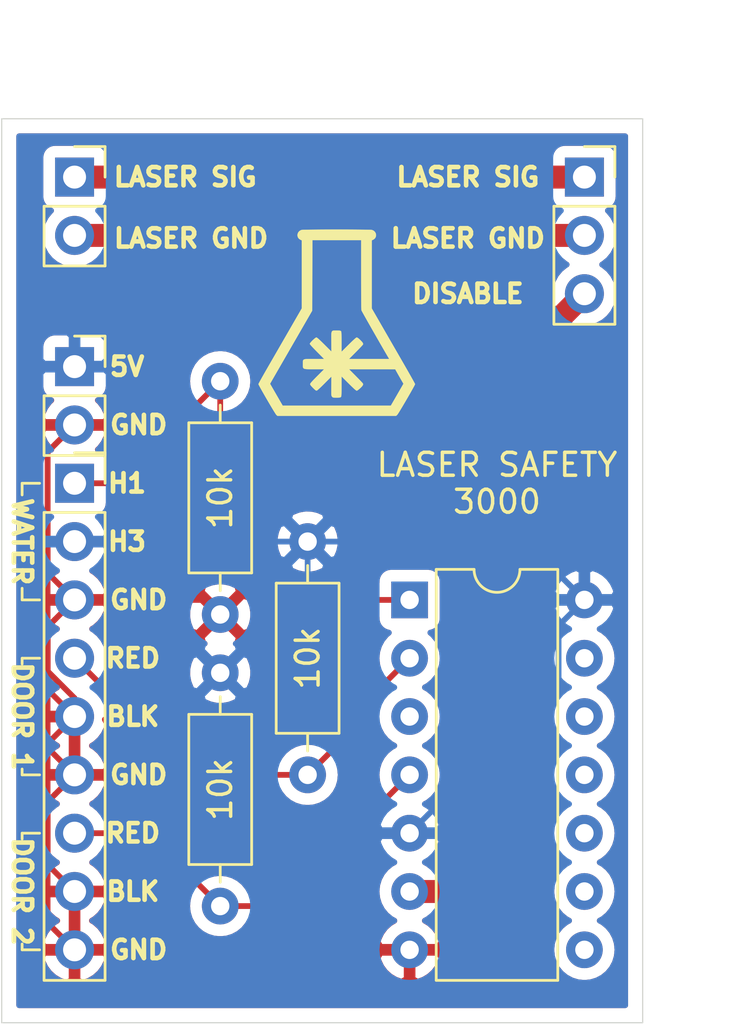
<source format=kicad_pcb>
(kicad_pcb (version 20171130) (host pcbnew "(5.1.0)-1")

  (general
    (thickness 1.6)
    (drawings 38)
    (tracks 61)
    (zones 0)
    (modules 9)
    (nets 14)
  )

  (page A4)
  (layers
    (0 F.Cu signal)
    (31 B.Cu signal hide)
    (32 B.Adhes user)
    (33 F.Adhes user)
    (34 B.Paste user)
    (35 F.Paste user)
    (36 B.SilkS user)
    (37 F.SilkS user)
    (38 B.Mask user)
    (39 F.Mask user)
    (40 Dwgs.User user)
    (41 Cmts.User user)
    (42 Eco1.User user)
    (43 Eco2.User user)
    (44 Edge.Cuts user)
    (45 Margin user)
    (46 B.CrtYd user hide)
    (47 F.CrtYd user hide)
    (48 B.Fab user)
    (49 F.Fab user)
  )

  (setup
    (last_trace_width 0.25)
    (user_trace_width 1)
    (trace_clearance 0.2)
    (zone_clearance 0.508)
    (zone_45_only no)
    (trace_min 0.2)
    (via_size 0.8)
    (via_drill 0.4)
    (via_min_size 0.4)
    (via_min_drill 0.3)
    (uvia_size 0.3)
    (uvia_drill 0.1)
    (uvias_allowed no)
    (uvia_min_size 0.2)
    (uvia_min_drill 0.1)
    (edge_width 0.05)
    (segment_width 0.2)
    (pcb_text_width 0.3)
    (pcb_text_size 1.5 1.5)
    (mod_edge_width 0.12)
    (mod_text_size 1 1)
    (mod_text_width 0.15)
    (pad_size 1.524 1.524)
    (pad_drill 0.762)
    (pad_to_mask_clearance 0.051)
    (solder_mask_min_width 0.25)
    (aux_axis_origin 0 0)
    (visible_elements 7FFFFFFF)
    (pcbplotparams
      (layerselection 0x010fc_ffffffff)
      (usegerberextensions false)
      (usegerberattributes false)
      (usegerberadvancedattributes false)
      (creategerberjobfile false)
      (excludeedgelayer true)
      (linewidth 0.100000)
      (plotframeref false)
      (viasonmask false)
      (mode 1)
      (useauxorigin false)
      (hpglpennumber 1)
      (hpglpenspeed 20)
      (hpglpendiameter 15.000000)
      (psnegative false)
      (psa4output false)
      (plotreference true)
      (plotvalue true)
      (plotinvisibletext false)
      (padsonsilk false)
      (subtractmaskfromsilk false)
      (outputformat 1)
      (mirror false)
      (drillshape 1)
      (scaleselection 1)
      (outputdirectory ""))
  )

  (net 0 "")
  (net 1 LASER_SIG)
  (net 2 LASER_GND)
  (net 3 GND)
  (net 4 VCC)
  (net 5 "Net-(J3-Pad1)")
  (net 6 "Net-(J3-Pad4)")
  (net 7 "Net-(J3-Pad7)")
  (net 8 "Net-(J4-Pad3)")
  (net 9 "Net-(U1-Pad8)")
  (net 10 "Net-(U1-Pad9)")
  (net 11 "Net-(U1-Pad10)")
  (net 12 "Net-(U1-Pad12)")
  (net 13 "Net-(U1-Pad13)")

  (net_class Default "This is the default net class."
    (clearance 0.2)
    (trace_width 0.25)
    (via_dia 0.8)
    (via_drill 0.4)
    (uvia_dia 0.3)
    (uvia_drill 0.1)
    (add_net GND)
    (add_net LASER_GND)
    (add_net LASER_SIG)
    (add_net "Net-(J3-Pad1)")
    (add_net "Net-(J3-Pad4)")
    (add_net "Net-(J3-Pad7)")
    (add_net "Net-(J4-Pad3)")
    (add_net "Net-(U1-Pad10)")
    (add_net "Net-(U1-Pad12)")
    (add_net "Net-(U1-Pad13)")
    (add_net "Net-(U1-Pad8)")
    (add_net "Net-(U1-Pad9)")
    (add_net VCC)
  )

  (module Logos:logo_MLlabs_small (layer F.Cu) (tedit 0) (tstamp 5CEB619B)
    (at 113.03 99.695)
    (fp_text reference G*** (at 0 0) (layer F.SilkS) hide
      (effects (font (size 1.524 1.524) (thickness 0.3)))
    )
    (fp_text value LOGO (at 0.75 0) (layer F.SilkS) hide
      (effects (font (size 1.524 1.524) (thickness 0.3)))
    )
    (fp_poly (pts (xy 0.280132 -4.064859) (xy 0.46933 -4.064296) (xy 0.651803 -4.063447) (xy 0.824802 -4.062307)
      (xy 0.98558 -4.060879) (xy 1.131388 -4.059163) (xy 1.259478 -4.057157) (xy 1.367101 -4.054863)
      (xy 1.451511 -4.052281) (xy 1.509958 -4.049409) (xy 1.539694 -4.046249) (xy 1.541045 -4.045899)
      (xy 1.61465 -4.010199) (xy 1.668272 -3.957046) (xy 1.701256 -3.892418) (xy 1.712948 -3.822294)
      (xy 1.702692 -3.752654) (xy 1.669833 -3.689475) (xy 1.613717 -3.638736) (xy 1.587218 -3.624447)
      (xy 1.524819 -3.595688) (xy 1.524409 -2.113859) (xy 1.524 -0.632031) (xy 1.951194 0.108641)
      (xy 2.041737 0.265615) (xy 2.144897 0.444444) (xy 2.257416 0.639483) (xy 2.376038 0.84509)
      (xy 2.497507 1.05562) (xy 2.618568 1.265429) (xy 2.735963 1.468874) (xy 2.846437 1.660312)
      (xy 2.895756 1.74577) (xy 2.984967 1.900722) (xy 3.069309 2.047946) (xy 3.147458 2.185082)
      (xy 3.218089 2.309771) (xy 3.279877 2.419652) (xy 3.331497 2.512365) (xy 3.371624 2.585552)
      (xy 3.398934 2.636852) (xy 3.412102 2.663905) (xy 3.413125 2.667254) (xy 3.405259 2.687854)
      (xy 3.382954 2.73233) (xy 3.348145 2.797359) (xy 3.302767 2.879615) (xy 3.248756 2.975774)
      (xy 3.188047 3.082511) (xy 3.122577 3.196503) (xy 3.054279 3.314423) (xy 2.985091 3.432948)
      (xy 2.916948 3.548754) (xy 2.851784 3.658515) (xy 2.791537 3.758906) (xy 2.738141 3.846605)
      (xy 2.693532 3.918285) (xy 2.659645 3.970622) (xy 2.638416 4.000292) (xy 2.634599 4.004468)
      (xy 2.587124 4.048125) (xy -2.587125 4.048125) (xy -2.6346 4.004468) (xy -2.651394 3.982746)
      (xy -2.681461 3.937288) (xy -2.722866 3.87142) (xy -2.773675 3.788466) (xy -2.83195 3.691753)
      (xy -2.895758 3.584605) (xy -2.963162 3.470346) (xy -3.032228 3.352303) (xy -3.101019 3.2338)
      (xy -3.1676 3.118163) (xy -3.230037 3.008717) (xy -3.286392 2.908786) (xy -3.334733 2.821695)
      (xy -3.373121 2.750771) (xy -3.399623 2.699338) (xy -3.412303 2.67072) (xy -3.413126 2.666933)
      (xy -3.406861 2.651738) (xy -2.908183 2.651738) (xy -2.633492 3.127681) (xy -2.358802 3.603625)
      (xy 2.358654 3.603625) (xy 2.633694 3.126873) (xy 2.908735 2.650121) (xy 2.800627 2.464091)
      (xy 2.752108 2.380084) (xy 2.701391 2.291405) (xy 2.654699 2.208982) (xy 2.620228 2.147315)
      (xy 2.547937 2.016567) (xy 0.532125 2.016125) (xy 0.827748 2.313781) (xy 0.907725 2.394852)
      (xy 0.980741 2.469905) (xy 1.043638 2.535609) (xy 1.093257 2.588634) (xy 1.12644 2.62565)
      (xy 1.139732 2.642697) (xy 1.147043 2.68023) (xy 1.134704 2.715316) (xy 1.109692 2.75107)
      (xy 1.069306 2.795828) (xy 1.020048 2.84377) (xy 0.96842 2.889074) (xy 0.920926 2.925919)
      (xy 0.884067 2.948484) (xy 0.86948 2.95275) (xy 0.847132 2.9422) (xy 0.805787 2.910232)
      (xy 0.744908 2.856363) (xy 0.66396 2.780114) (xy 0.562408 2.681002) (xy 0.52081 2.639741)
      (xy 0.206375 2.326732) (xy 0.206375 2.761522) (xy 0.206186 2.892308) (xy 0.20548 2.995011)
      (xy 0.204051 3.073296) (xy 0.201691 3.13083) (xy 0.198191 3.171276) (xy 0.193345 3.198301)
      (xy 0.186944 3.21557) (xy 0.180102 3.225343) (xy 0.163266 3.238829) (xy 0.137807 3.247459)
      (xy 0.097181 3.252237) (xy 0.034844 3.254165) (xy -0.009246 3.254375) (xy -0.082993 3.253988)
      (xy -0.131948 3.25182) (xy -0.163068 3.24636) (xy -0.18331 3.236094) (xy -0.19963 3.219512)
      (xy -0.205947 3.211627) (xy -0.216079 3.19762) (xy -0.223883 3.181895) (xy -0.229608 3.160501)
      (xy -0.233503 3.129484) (xy -0.235815 3.084892) (xy -0.236793 3.022771) (xy -0.236686 2.93917)
      (xy -0.235741 2.830136) (xy -0.23488 2.751238) (xy -0.233664 2.63983) (xy -0.232637 2.539621)
      (xy -0.231836 2.454754) (xy -0.2313 2.389372) (xy -0.231063 2.347619) (xy -0.231154 2.333611)
      (xy -0.242126 2.344389) (xy -0.272577 2.374776) (xy -0.319606 2.421863) (xy -0.380307 2.482739)
      (xy -0.451779 2.554496) (xy -0.531118 2.634225) (xy -0.532779 2.635894) (xy -0.614205 2.716741)
      (xy -0.690054 2.790133) (xy -0.75699 2.852994) (xy -0.811678 2.902247) (xy -0.850782 2.934816)
      (xy -0.870663 2.947556) (xy -0.891093 2.948152) (xy -0.915531 2.937567) (xy -0.948775 2.912398)
      (xy -0.995625 2.869244) (xy -1.033382 2.83219) (xy -1.095633 2.767657) (xy -1.135484 2.719575)
      (xy -1.155419 2.684681) (xy -1.158875 2.667521) (xy -1.153549 2.649558) (xy -1.136229 2.622344)
      (xy -1.10491 2.583608) (xy -1.057584 2.531079) (xy -0.992243 2.462484) (xy -0.90688 2.375551)
      (xy -0.853434 2.321867) (xy -0.547993 2.016125) (xy -0.975443 2.016125) (xy -1.114762 2.016235)
      (xy -1.225588 2.015593) (xy -1.311172 2.012739) (xy -1.374762 2.006213) (xy -1.419608 1.994556)
      (xy -1.44896 1.976308) (xy -1.466068 1.950009) (xy -1.47418 1.9142) (xy -1.476546 1.86742)
      (xy -1.476417 1.808211) (xy -1.476375 1.791107) (xy -1.476751 1.729737) (xy -1.475702 1.68098)
      (xy -1.469967 1.64339) (xy -1.456283 1.615522) (xy -1.431389 1.595933) (xy -1.392023 1.583178)
      (xy -1.334922 1.575811) (xy -1.256824 1.572388) (xy -1.154468 1.571465) (xy -1.024591 1.571596)
      (xy -0.980804 1.571625) (xy -0.548733 1.571625) (xy -0.861742 1.257189) (xy -0.951102 1.166371)
      (xy -1.028596 1.085517) (xy -1.091949 1.017128) (xy -1.138886 0.963706) (xy -1.167132 0.927753)
      (xy -1.17475 0.91299) (xy -1.163254 0.886392) (xy -1.132729 0.845976) (xy -1.089124 0.797523)
      (xy -1.038387 0.746817) (xy -0.986466 0.699641) (xy -0.93931 0.661778) (xy -0.902866 0.63901)
      (xy -0.888823 0.635) (xy -0.869893 0.641738) (xy -0.838933 0.663065) (xy -0.794064 0.700648)
      (xy -0.73341 0.756153) (xy -0.655092 0.831247) (xy -0.557233 0.927597) (xy -0.540655 0.944083)
      (xy -0.230188 1.253166) (xy -0.234866 0.828775) (xy -0.236547 0.690249) (xy -0.237206 0.580203)
      (xy -0.235349 0.495374) (xy -0.229485 0.432496) (xy -0.218121 0.388302) (xy -0.199764 0.359528)
      (xy -0.172922 0.342909) (xy -0.136103 0.335179) (xy -0.087814 0.333073) (xy -0.026564 0.333325)
      (xy -0.008454 0.333375) (xy 0.071777 0.334496) (xy 0.126137 0.338371) (xy 0.160445 0.345763)
      (xy 0.180519 0.357438) (xy 0.181428 0.358321) (xy 0.188921 0.369469) (xy 0.19478 0.38854)
      (xy 0.199198 0.419092) (xy 0.202365 0.464686) (xy 0.204473 0.528878) (xy 0.205714 0.61523)
      (xy 0.206279 0.727298) (xy 0.206375 0.822142) (xy 0.206375 1.261017) (xy 0.52081 0.948008)
      (xy 0.624977 0.84524) (xy 0.709018 0.764457) (xy 0.774393 0.704357) (xy 0.822558 0.663639)
      (xy 0.854973 0.641001) (xy 0.871435 0.635) (xy 0.90364 0.64705) (xy 0.951929 0.681515)
      (xy 1.011031 0.734218) (xy 1.077277 0.800807) (xy 1.120369 0.852289) (xy 1.142644 0.892492)
      (xy 1.146437 0.925242) (xy 1.139732 0.945052) (xy 1.124448 0.964412) (xy 1.089823 1.002842)
      (xy 1.039016 1.057013) (xy 0.975186 1.123594) (xy 0.901491 1.199256) (xy 0.827748 1.273968)
      (xy 0.532125 1.571625) (xy 2.288589 1.571625) (xy 2.257294 1.520031) (xy 2.222471 1.461823)
      (xy 2.176078 1.383049) (xy 2.119623 1.286349) (xy 2.054614 1.174365) (xy 1.982559 1.049736)
      (xy 1.904966 0.915105) (xy 1.823344 0.773113) (xy 1.739201 0.6264) (xy 1.654044 0.477608)
      (xy 1.569382 0.329378) (xy 1.486723 0.184351) (xy 1.407576 0.045167) (xy 1.333448 -0.085532)
      (xy 1.265847 -0.205104) (xy 1.206282 -0.31091) (xy 1.15626 -0.400307) (xy 1.117291 -0.470655)
      (xy 1.090882 -0.519312) (xy 1.07854 -0.543639) (xy 1.077896 -0.545341) (xy 1.075786 -0.56837)
      (xy 1.073779 -0.620989) (xy 1.071895 -0.701038) (xy 1.070154 -0.806357) (xy 1.068575 -0.934788)
      (xy 1.067179 -1.08417) (xy 1.065985 -1.252344) (xy 1.065013 -1.43715) (xy 1.064282 -1.636427)
      (xy 1.063814 -1.848017) (xy 1.063627 -2.06976) (xy 1.063625 -2.099364) (xy 1.063625 -3.603625)
      (xy -1.063011 -3.603625) (xy -1.071563 -0.531813) (xy -1.415271 0.0635) (xy -1.504982 0.218868)
      (xy -1.604527 0.391244) (xy -1.709479 0.572961) (xy -1.81541 0.756356) (xy -1.917894 0.933764)
      (xy -2.012504 1.097521) (xy -2.08006 1.214437) (xy -2.225644 1.466399) (xy -2.357143 1.69405)
      (xy -2.474336 1.89701) (xy -2.577005 2.074897) (xy -2.664929 2.227331) (xy -2.73789 2.353931)
      (xy -2.795668 2.454316) (xy -2.838043 2.528107) (xy -2.864795 2.574921) (xy -2.869919 2.583962)
      (xy -2.908183 2.651738) (xy -3.406861 2.651738) (xy -3.405407 2.648214) (xy -3.383339 2.60501)
      (xy -3.348556 2.540273) (xy -3.302689 2.456953) (xy -3.247372 2.357999) (xy -3.184237 2.246362)
      (xy -3.114917 2.124993) (xy -3.070081 2.047074) (xy -2.983993 1.89789) (xy -2.891116 1.736959)
      (xy -2.795258 1.570876) (xy -2.700224 1.406236) (xy -2.609821 1.249633) (xy -2.527855 1.107663)
      (xy -2.461177 0.992187) (xy -2.389938 0.868821) (xy -2.306741 0.724738) (xy -2.2155 0.566716)
      (xy -2.12013 0.401537) (xy -2.024545 0.235979) (xy -1.932659 0.076823) (xy -1.859659 -0.049628)
      (xy -1.524 -0.631069) (xy -1.52441 -2.113378) (xy -1.52482 -3.595688) (xy -1.587219 -3.624447)
      (xy -1.652017 -3.669134) (xy -1.693317 -3.728451) (xy -1.711775 -3.796419) (xy -1.708045 -3.867059)
      (xy -1.682782 -3.934394) (xy -1.636642 -3.992443) (xy -1.570279 -4.035229) (xy -1.541046 -4.045899)
      (xy -1.514499 -4.04909) (xy -1.458952 -4.051991) (xy -1.377153 -4.054604) (xy -1.271849 -4.056929)
      (xy -1.145789 -4.058965) (xy -1.001721 -4.060712) (xy -0.842394 -4.06217) (xy -0.670554 -4.06334)
      (xy -0.488951 -4.06422) (xy -0.300333 -4.064813) (xy -0.107448 -4.065117) (xy 0.086957 -4.065132)
      (xy 0.280132 -4.064859)) (layer F.SilkS) (width 0.01))
  )

  (module Resistor_THT:R_Axial_DIN0207_L6.3mm_D2.5mm_P10.16mm_Horizontal (layer F.Cu) (tedit 5AE5139B) (tstamp 5CEB5AD5)
    (at 107.95 112.395 90)
    (descr "Resistor, Axial_DIN0207 series, Axial, Horizontal, pin pitch=10.16mm, 0.25W = 1/4W, length*diameter=6.3*2.5mm^2, http://cdn-reichelt.de/documents/datenblatt/B400/1_4W%23YAG.pdf")
    (tags "Resistor Axial_DIN0207 series Axial Horizontal pin pitch 10.16mm 0.25W = 1/4W length 6.3mm diameter 2.5mm")
    (path /5CEAC379)
    (fp_text reference R1 (at 5.08 -2.37 90) (layer F.SilkS) hide
      (effects (font (size 1 1) (thickness 0.15)))
    )
    (fp_text value 10k (at 5.08 0 90) (layer F.SilkS)
      (effects (font (size 1 1) (thickness 0.15)))
    )
    (fp_line (start 1.93 -1.25) (end 1.93 1.25) (layer F.Fab) (width 0.1))
    (fp_line (start 1.93 1.25) (end 8.23 1.25) (layer F.Fab) (width 0.1))
    (fp_line (start 8.23 1.25) (end 8.23 -1.25) (layer F.Fab) (width 0.1))
    (fp_line (start 8.23 -1.25) (end 1.93 -1.25) (layer F.Fab) (width 0.1))
    (fp_line (start 0 0) (end 1.93 0) (layer F.Fab) (width 0.1))
    (fp_line (start 10.16 0) (end 8.23 0) (layer F.Fab) (width 0.1))
    (fp_line (start 1.81 -1.37) (end 1.81 1.37) (layer F.SilkS) (width 0.12))
    (fp_line (start 1.81 1.37) (end 8.35 1.37) (layer F.SilkS) (width 0.12))
    (fp_line (start 8.35 1.37) (end 8.35 -1.37) (layer F.SilkS) (width 0.12))
    (fp_line (start 8.35 -1.37) (end 1.81 -1.37) (layer F.SilkS) (width 0.12))
    (fp_line (start 1.04 0) (end 1.81 0) (layer F.SilkS) (width 0.12))
    (fp_line (start 9.12 0) (end 8.35 0) (layer F.SilkS) (width 0.12))
    (fp_line (start -1.05 -1.5) (end -1.05 1.5) (layer F.CrtYd) (width 0.05))
    (fp_line (start -1.05 1.5) (end 11.21 1.5) (layer F.CrtYd) (width 0.05))
    (fp_line (start 11.21 1.5) (end 11.21 -1.5) (layer F.CrtYd) (width 0.05))
    (fp_line (start 11.21 -1.5) (end -1.05 -1.5) (layer F.CrtYd) (width 0.05))
    (fp_text user %R (at 5.08 0 90) (layer F.Fab)
      (effects (font (size 1 1) (thickness 0.15)))
    )
    (pad 1 thru_hole circle (at 0 0 90) (size 1.6 1.6) (drill 0.8) (layers *.Cu *.Mask)
      (net 3 GND))
    (pad 2 thru_hole oval (at 10.16 0 90) (size 1.6 1.6) (drill 0.8) (layers *.Cu *.Mask)
      (net 5 "Net-(J3-Pad1)"))
    (model ${KISYS3DMOD}/Resistor_THT.3dshapes/R_Axial_DIN0207_L6.3mm_D2.5mm_P10.16mm_Horizontal.wrl
      (at (xyz 0 0 0))
      (scale (xyz 1 1 1))
      (rotate (xyz 0 0 0))
    )
  )

  (module Resistor_THT:R_Axial_DIN0207_L6.3mm_D2.5mm_P10.16mm_Horizontal (layer F.Cu) (tedit 5AE5139B) (tstamp 5CEB49EF)
    (at 111.76 109.22 270)
    (descr "Resistor, Axial_DIN0207 series, Axial, Horizontal, pin pitch=10.16mm, 0.25W = 1/4W, length*diameter=6.3*2.5mm^2, http://cdn-reichelt.de/documents/datenblatt/B400/1_4W%23YAG.pdf")
    (tags "Resistor Axial_DIN0207 series Axial Horizontal pin pitch 10.16mm 0.25W = 1/4W length 6.3mm diameter 2.5mm")
    (path /5CEAF118)
    (fp_text reference R2 (at 5.08 -2.37 270) (layer F.SilkS) hide
      (effects (font (size 1 1) (thickness 0.15)))
    )
    (fp_text value 10k (at 5.08 0 270) (layer F.SilkS)
      (effects (font (size 1 1) (thickness 0.15)))
    )
    (fp_text user %R (at 5.08 0 270) (layer F.Fab)
      (effects (font (size 1 1) (thickness 0.15)))
    )
    (fp_line (start 11.21 -1.5) (end -1.05 -1.5) (layer F.CrtYd) (width 0.05))
    (fp_line (start 11.21 1.5) (end 11.21 -1.5) (layer F.CrtYd) (width 0.05))
    (fp_line (start -1.05 1.5) (end 11.21 1.5) (layer F.CrtYd) (width 0.05))
    (fp_line (start -1.05 -1.5) (end -1.05 1.5) (layer F.CrtYd) (width 0.05))
    (fp_line (start 9.12 0) (end 8.35 0) (layer F.SilkS) (width 0.12))
    (fp_line (start 1.04 0) (end 1.81 0) (layer F.SilkS) (width 0.12))
    (fp_line (start 8.35 -1.37) (end 1.81 -1.37) (layer F.SilkS) (width 0.12))
    (fp_line (start 8.35 1.37) (end 8.35 -1.37) (layer F.SilkS) (width 0.12))
    (fp_line (start 1.81 1.37) (end 8.35 1.37) (layer F.SilkS) (width 0.12))
    (fp_line (start 1.81 -1.37) (end 1.81 1.37) (layer F.SilkS) (width 0.12))
    (fp_line (start 10.16 0) (end 8.23 0) (layer F.Fab) (width 0.1))
    (fp_line (start 0 0) (end 1.93 0) (layer F.Fab) (width 0.1))
    (fp_line (start 8.23 -1.25) (end 1.93 -1.25) (layer F.Fab) (width 0.1))
    (fp_line (start 8.23 1.25) (end 8.23 -1.25) (layer F.Fab) (width 0.1))
    (fp_line (start 1.93 1.25) (end 8.23 1.25) (layer F.Fab) (width 0.1))
    (fp_line (start 1.93 -1.25) (end 1.93 1.25) (layer F.Fab) (width 0.1))
    (pad 2 thru_hole oval (at 10.16 0 270) (size 1.6 1.6) (drill 0.8) (layers *.Cu *.Mask)
      (net 6 "Net-(J3-Pad4)"))
    (pad 1 thru_hole circle (at 0 0 270) (size 1.6 1.6) (drill 0.8) (layers *.Cu *.Mask)
      (net 4 VCC))
    (model ${KISYS3DMOD}/Resistor_THT.3dshapes/R_Axial_DIN0207_L6.3mm_D2.5mm_P10.16mm_Horizontal.wrl
      (at (xyz 0 0 0))
      (scale (xyz 1 1 1))
      (rotate (xyz 0 0 0))
    )
  )

  (module Resistor_THT:R_Axial_DIN0207_L6.3mm_D2.5mm_P10.16mm_Horizontal (layer F.Cu) (tedit 5AE5139B) (tstamp 5CEB4A06)
    (at 107.95 114.935 270)
    (descr "Resistor, Axial_DIN0207 series, Axial, Horizontal, pin pitch=10.16mm, 0.25W = 1/4W, length*diameter=6.3*2.5mm^2, http://cdn-reichelt.de/documents/datenblatt/B400/1_4W%23YAG.pdf")
    (tags "Resistor Axial_DIN0207 series Axial Horizontal pin pitch 10.16mm 0.25W = 1/4W length 6.3mm diameter 2.5mm")
    (path /5CEAF4A1)
    (fp_text reference R3 (at 5.08 -2.37 270) (layer F.SilkS) hide
      (effects (font (size 1 1) (thickness 0.15)))
    )
    (fp_text value 10k (at 5.08 0 270) (layer F.SilkS)
      (effects (font (size 1 1) (thickness 0.15)))
    )
    (fp_line (start 1.93 -1.25) (end 1.93 1.25) (layer F.Fab) (width 0.1))
    (fp_line (start 1.93 1.25) (end 8.23 1.25) (layer F.Fab) (width 0.1))
    (fp_line (start 8.23 1.25) (end 8.23 -1.25) (layer F.Fab) (width 0.1))
    (fp_line (start 8.23 -1.25) (end 1.93 -1.25) (layer F.Fab) (width 0.1))
    (fp_line (start 0 0) (end 1.93 0) (layer F.Fab) (width 0.1))
    (fp_line (start 10.16 0) (end 8.23 0) (layer F.Fab) (width 0.1))
    (fp_line (start 1.81 -1.37) (end 1.81 1.37) (layer F.SilkS) (width 0.12))
    (fp_line (start 1.81 1.37) (end 8.35 1.37) (layer F.SilkS) (width 0.12))
    (fp_line (start 8.35 1.37) (end 8.35 -1.37) (layer F.SilkS) (width 0.12))
    (fp_line (start 8.35 -1.37) (end 1.81 -1.37) (layer F.SilkS) (width 0.12))
    (fp_line (start 1.04 0) (end 1.81 0) (layer F.SilkS) (width 0.12))
    (fp_line (start 9.12 0) (end 8.35 0) (layer F.SilkS) (width 0.12))
    (fp_line (start -1.05 -1.5) (end -1.05 1.5) (layer F.CrtYd) (width 0.05))
    (fp_line (start -1.05 1.5) (end 11.21 1.5) (layer F.CrtYd) (width 0.05))
    (fp_line (start 11.21 1.5) (end 11.21 -1.5) (layer F.CrtYd) (width 0.05))
    (fp_line (start 11.21 -1.5) (end -1.05 -1.5) (layer F.CrtYd) (width 0.05))
    (fp_text user %R (at 5.08 0 270) (layer F.Fab)
      (effects (font (size 1 1) (thickness 0.15)))
    )
    (pad 1 thru_hole circle (at 0 0 270) (size 1.6 1.6) (drill 0.8) (layers *.Cu *.Mask)
      (net 4 VCC))
    (pad 2 thru_hole oval (at 10.16 0 270) (size 1.6 1.6) (drill 0.8) (layers *.Cu *.Mask)
      (net 7 "Net-(J3-Pad7)"))
    (model ${KISYS3DMOD}/Resistor_THT.3dshapes/R_Axial_DIN0207_L6.3mm_D2.5mm_P10.16mm_Horizontal.wrl
      (at (xyz 0 0 0))
      (scale (xyz 1 1 1))
      (rotate (xyz 0 0 0))
    )
  )

  (module Package_DIP:DIP-14_W7.62mm (layer F.Cu) (tedit 5A02E8C5) (tstamp 5CEB53FC)
    (at 116.205 111.76)
    (descr "14-lead though-hole mounted DIP package, row spacing 7.62 mm (300 mils)")
    (tags "THT DIP DIL PDIP 2.54mm 7.62mm 300mil")
    (path /5CE9C17B)
    (fp_text reference U1 (at 3.81 -2.33) (layer F.SilkS) hide
      (effects (font (size 1 1) (thickness 0.15)))
    )
    (fp_text value 74LS20 (at 3.81 17.57) (layer F.Fab) hide
      (effects (font (size 1 1) (thickness 0.15)))
    )
    (fp_arc (start 3.81 -1.33) (end 2.81 -1.33) (angle -180) (layer F.SilkS) (width 0.12))
    (fp_line (start 1.635 -1.27) (end 6.985 -1.27) (layer F.Fab) (width 0.1))
    (fp_line (start 6.985 -1.27) (end 6.985 16.51) (layer F.Fab) (width 0.1))
    (fp_line (start 6.985 16.51) (end 0.635 16.51) (layer F.Fab) (width 0.1))
    (fp_line (start 0.635 16.51) (end 0.635 -0.27) (layer F.Fab) (width 0.1))
    (fp_line (start 0.635 -0.27) (end 1.635 -1.27) (layer F.Fab) (width 0.1))
    (fp_line (start 2.81 -1.33) (end 1.16 -1.33) (layer F.SilkS) (width 0.12))
    (fp_line (start 1.16 -1.33) (end 1.16 16.57) (layer F.SilkS) (width 0.12))
    (fp_line (start 1.16 16.57) (end 6.46 16.57) (layer F.SilkS) (width 0.12))
    (fp_line (start 6.46 16.57) (end 6.46 -1.33) (layer F.SilkS) (width 0.12))
    (fp_line (start 6.46 -1.33) (end 4.81 -1.33) (layer F.SilkS) (width 0.12))
    (fp_line (start -1.1 -1.55) (end -1.1 16.8) (layer F.CrtYd) (width 0.05))
    (fp_line (start -1.1 16.8) (end 8.7 16.8) (layer F.CrtYd) (width 0.05))
    (fp_line (start 8.7 16.8) (end 8.7 -1.55) (layer F.CrtYd) (width 0.05))
    (fp_line (start 8.7 -1.55) (end -1.1 -1.55) (layer F.CrtYd) (width 0.05))
    (fp_text user %R (at 3.81 7.62) (layer F.Fab)
      (effects (font (size 1 1) (thickness 0.15)))
    )
    (pad 1 thru_hole rect (at 0 0) (size 1.6 1.6) (drill 0.8) (layers *.Cu *.Mask)
      (net 5 "Net-(J3-Pad1)"))
    (pad 8 thru_hole oval (at 7.62 15.24) (size 1.6 1.6) (drill 0.8) (layers *.Cu *.Mask)
      (net 9 "Net-(U1-Pad8)"))
    (pad 2 thru_hole oval (at 0 2.54) (size 1.6 1.6) (drill 0.8) (layers *.Cu *.Mask)
      (net 6 "Net-(J3-Pad4)"))
    (pad 9 thru_hole oval (at 7.62 12.7) (size 1.6 1.6) (drill 0.8) (layers *.Cu *.Mask)
      (net 10 "Net-(U1-Pad9)"))
    (pad 3 thru_hole oval (at 0 5.08) (size 1.6 1.6) (drill 0.8) (layers *.Cu *.Mask))
    (pad 10 thru_hole oval (at 7.62 10.16) (size 1.6 1.6) (drill 0.8) (layers *.Cu *.Mask)
      (net 11 "Net-(U1-Pad10)"))
    (pad 4 thru_hole oval (at 0 7.62) (size 1.6 1.6) (drill 0.8) (layers *.Cu *.Mask)
      (net 7 "Net-(J3-Pad7)"))
    (pad 11 thru_hole oval (at 7.62 7.62) (size 1.6 1.6) (drill 0.8) (layers *.Cu *.Mask))
    (pad 5 thru_hole oval (at 0 10.16) (size 1.6 1.6) (drill 0.8) (layers *.Cu *.Mask)
      (net 4 VCC))
    (pad 12 thru_hole oval (at 7.62 5.08) (size 1.6 1.6) (drill 0.8) (layers *.Cu *.Mask)
      (net 12 "Net-(U1-Pad12)"))
    (pad 6 thru_hole oval (at 0 12.7) (size 1.6 1.6) (drill 0.8) (layers *.Cu *.Mask)
      (net 8 "Net-(J4-Pad3)"))
    (pad 13 thru_hole oval (at 7.62 2.54) (size 1.6 1.6) (drill 0.8) (layers *.Cu *.Mask)
      (net 13 "Net-(U1-Pad13)"))
    (pad 7 thru_hole oval (at 0 15.24) (size 1.6 1.6) (drill 0.8) (layers *.Cu *.Mask)
      (net 3 GND))
    (pad 14 thru_hole oval (at 7.62 0) (size 1.6 1.6) (drill 0.8) (layers *.Cu *.Mask)
      (net 4 VCC))
    (model ${KISYS3DMOD}/Package_DIP.3dshapes/DIP-14_W7.62mm.wrl
      (at (xyz 0 0 0))
      (scale (xyz 1 1 1))
      (rotate (xyz 0 0 0))
    )
  )

  (module Connector_PinSocket_2.54mm:PinSocket_1x02_P2.54mm_Vertical (layer F.Cu) (tedit 5A19A420) (tstamp 5CEB511C)
    (at 101.6 93.345)
    (descr "Through hole straight socket strip, 1x02, 2.54mm pitch, single row (from Kicad 4.0.7), script generated")
    (tags "Through hole socket strip THT 1x02 2.54mm single row")
    (path /5CE9F641)
    (fp_text reference J1 (at 0 -2.77) (layer F.SilkS) hide
      (effects (font (size 1 1) (thickness 0.15)))
    )
    (fp_text value Conn_01x02 (at 0 5.31) (layer F.Fab) hide
      (effects (font (size 1 1) (thickness 0.15)))
    )
    (fp_line (start -1.27 -1.27) (end 0.635 -1.27) (layer F.Fab) (width 0.1))
    (fp_line (start 0.635 -1.27) (end 1.27 -0.635) (layer F.Fab) (width 0.1))
    (fp_line (start 1.27 -0.635) (end 1.27 3.81) (layer F.Fab) (width 0.1))
    (fp_line (start 1.27 3.81) (end -1.27 3.81) (layer F.Fab) (width 0.1))
    (fp_line (start -1.27 3.81) (end -1.27 -1.27) (layer F.Fab) (width 0.1))
    (fp_line (start -1.33 1.27) (end 1.33 1.27) (layer F.SilkS) (width 0.12))
    (fp_line (start -1.33 1.27) (end -1.33 3.87) (layer F.SilkS) (width 0.12))
    (fp_line (start -1.33 3.87) (end 1.33 3.87) (layer F.SilkS) (width 0.12))
    (fp_line (start 1.33 1.27) (end 1.33 3.87) (layer F.SilkS) (width 0.12))
    (fp_line (start 1.33 -1.33) (end 1.33 0) (layer F.SilkS) (width 0.12))
    (fp_line (start 0 -1.33) (end 1.33 -1.33) (layer F.SilkS) (width 0.12))
    (fp_line (start -1.8 -1.8) (end 1.75 -1.8) (layer F.CrtYd) (width 0.05))
    (fp_line (start 1.75 -1.8) (end 1.75 4.3) (layer F.CrtYd) (width 0.05))
    (fp_line (start 1.75 4.3) (end -1.8 4.3) (layer F.CrtYd) (width 0.05))
    (fp_line (start -1.8 4.3) (end -1.8 -1.8) (layer F.CrtYd) (width 0.05))
    (fp_text user %R (at 0 1.27 90) (layer F.Fab)
      (effects (font (size 1 1) (thickness 0.15)))
    )
    (pad 1 thru_hole rect (at 0 0) (size 1.7 1.7) (drill 1) (layers *.Cu *.Mask)
      (net 1 LASER_SIG))
    (pad 2 thru_hole oval (at 0 2.54) (size 1.7 1.7) (drill 1) (layers *.Cu *.Mask)
      (net 2 LASER_GND))
    (model ${KISYS3DMOD}/Connector_PinSocket_2.54mm.3dshapes/PinSocket_1x02_P2.54mm_Vertical.wrl
      (at (xyz 0 0 0))
      (scale (xyz 1 1 1))
      (rotate (xyz 0 0 0))
    )
  )

  (module Connector_PinSocket_2.54mm:PinSocket_1x02_P2.54mm_Vertical (layer F.Cu) (tedit 5A19A420) (tstamp 5CEB5131)
    (at 101.6 101.6)
    (descr "Through hole straight socket strip, 1x02, 2.54mm pitch, single row (from Kicad 4.0.7), script generated")
    (tags "Through hole socket strip THT 1x02 2.54mm single row")
    (path /5CEA8F62)
    (fp_text reference J2 (at 0 -2.77) (layer F.SilkS) hide
      (effects (font (size 1 1) (thickness 0.15)))
    )
    (fp_text value Conn_01x02 (at 0 5.31) (layer F.Fab) hide
      (effects (font (size 1 1) (thickness 0.15)))
    )
    (fp_text user %R (at 0 1.27 90) (layer F.Fab)
      (effects (font (size 1 1) (thickness 0.15)))
    )
    (fp_line (start -1.8 4.3) (end -1.8 -1.8) (layer F.CrtYd) (width 0.05))
    (fp_line (start 1.75 4.3) (end -1.8 4.3) (layer F.CrtYd) (width 0.05))
    (fp_line (start 1.75 -1.8) (end 1.75 4.3) (layer F.CrtYd) (width 0.05))
    (fp_line (start -1.8 -1.8) (end 1.75 -1.8) (layer F.CrtYd) (width 0.05))
    (fp_line (start 0 -1.33) (end 1.33 -1.33) (layer F.SilkS) (width 0.12))
    (fp_line (start 1.33 -1.33) (end 1.33 0) (layer F.SilkS) (width 0.12))
    (fp_line (start 1.33 1.27) (end 1.33 3.87) (layer F.SilkS) (width 0.12))
    (fp_line (start -1.33 3.87) (end 1.33 3.87) (layer F.SilkS) (width 0.12))
    (fp_line (start -1.33 1.27) (end -1.33 3.87) (layer F.SilkS) (width 0.12))
    (fp_line (start -1.33 1.27) (end 1.33 1.27) (layer F.SilkS) (width 0.12))
    (fp_line (start -1.27 3.81) (end -1.27 -1.27) (layer F.Fab) (width 0.1))
    (fp_line (start 1.27 3.81) (end -1.27 3.81) (layer F.Fab) (width 0.1))
    (fp_line (start 1.27 -0.635) (end 1.27 3.81) (layer F.Fab) (width 0.1))
    (fp_line (start 0.635 -1.27) (end 1.27 -0.635) (layer F.Fab) (width 0.1))
    (fp_line (start -1.27 -1.27) (end 0.635 -1.27) (layer F.Fab) (width 0.1))
    (pad 2 thru_hole oval (at 0 2.54) (size 1.7 1.7) (drill 1) (layers *.Cu *.Mask)
      (net 3 GND))
    (pad 1 thru_hole rect (at 0 0) (size 1.7 1.7) (drill 1) (layers *.Cu *.Mask)
      (net 4 VCC))
    (model ${KISYS3DMOD}/Connector_PinSocket_2.54mm.3dshapes/PinSocket_1x02_P2.54mm_Vertical.wrl
      (at (xyz 0 0 0))
      (scale (xyz 1 1 1))
      (rotate (xyz 0 0 0))
    )
  )

  (module Connector_PinSocket_2.54mm:PinSocket_1x09_P2.54mm_Vertical (layer F.Cu) (tedit 5A19A431) (tstamp 5CEB5965)
    (at 101.6 106.68)
    (descr "Through hole straight socket strip, 1x09, 2.54mm pitch, single row (from Kicad 4.0.7), script generated")
    (tags "Through hole socket strip THT 1x09 2.54mm single row")
    (path /5CEA7826)
    (fp_text reference J3 (at 0 -2.77) (layer F.SilkS) hide
      (effects (font (size 1 1) (thickness 0.15)))
    )
    (fp_text value Conn_01x09 (at 0 23.09) (layer F.Fab) hide
      (effects (font (size 1 1) (thickness 0.15)))
    )
    (fp_line (start -1.27 -1.27) (end 0.635 -1.27) (layer F.Fab) (width 0.1))
    (fp_line (start 0.635 -1.27) (end 1.27 -0.635) (layer F.Fab) (width 0.1))
    (fp_line (start 1.27 -0.635) (end 1.27 21.59) (layer F.Fab) (width 0.1))
    (fp_line (start 1.27 21.59) (end -1.27 21.59) (layer F.Fab) (width 0.1))
    (fp_line (start -1.27 21.59) (end -1.27 -1.27) (layer F.Fab) (width 0.1))
    (fp_line (start -1.33 1.27) (end 1.33 1.27) (layer F.SilkS) (width 0.12))
    (fp_line (start -1.33 1.27) (end -1.33 21.65) (layer F.SilkS) (width 0.12))
    (fp_line (start -1.33 21.65) (end 1.33 21.65) (layer F.SilkS) (width 0.12))
    (fp_line (start 1.33 1.27) (end 1.33 21.65) (layer F.SilkS) (width 0.12))
    (fp_line (start 1.33 -1.33) (end 1.33 0) (layer F.SilkS) (width 0.12))
    (fp_line (start 0 -1.33) (end 1.33 -1.33) (layer F.SilkS) (width 0.12))
    (fp_line (start -1.8 -1.8) (end 1.75 -1.8) (layer F.CrtYd) (width 0.05))
    (fp_line (start 1.75 -1.8) (end 1.75 22.1) (layer F.CrtYd) (width 0.05))
    (fp_line (start 1.75 22.1) (end -1.8 22.1) (layer F.CrtYd) (width 0.05))
    (fp_line (start -1.8 22.1) (end -1.8 -1.8) (layer F.CrtYd) (width 0.05))
    (fp_text user %R (at 0 10.16 90) (layer F.Fab)
      (effects (font (size 1 1) (thickness 0.15)))
    )
    (pad 1 thru_hole rect (at 0 0) (size 1.7 1.7) (drill 1) (layers *.Cu *.Mask)
      (net 5 "Net-(J3-Pad1)"))
    (pad 2 thru_hole oval (at 0 2.54) (size 1.7 1.7) (drill 1) (layers *.Cu *.Mask)
      (net 4 VCC))
    (pad 3 thru_hole oval (at 0 5.08) (size 1.7 1.7) (drill 1) (layers *.Cu *.Mask)
      (net 3 GND))
    (pad 4 thru_hole oval (at 0 7.62) (size 1.7 1.7) (drill 1) (layers *.Cu *.Mask)
      (net 6 "Net-(J3-Pad4)"))
    (pad 5 thru_hole oval (at 0 10.16) (size 1.7 1.7) (drill 1) (layers *.Cu *.Mask)
      (net 3 GND))
    (pad 6 thru_hole oval (at 0 12.7) (size 1.7 1.7) (drill 1) (layers *.Cu *.Mask)
      (net 3 GND))
    (pad 7 thru_hole oval (at 0 15.24) (size 1.7 1.7) (drill 1) (layers *.Cu *.Mask)
      (net 7 "Net-(J3-Pad7)"))
    (pad 8 thru_hole oval (at 0 17.78) (size 1.7 1.7) (drill 1) (layers *.Cu *.Mask)
      (net 3 GND))
    (pad 9 thru_hole oval (at 0 20.32) (size 1.7 1.7) (drill 1) (layers *.Cu *.Mask)
      (net 3 GND))
    (model ${KISYS3DMOD}/Connector_PinSocket_2.54mm.3dshapes/PinSocket_1x09_P2.54mm_Vertical.wrl
      (at (xyz 0 0 0))
      (scale (xyz 1 1 1))
      (rotate (xyz 0 0 0))
    )
  )

  (module Connector_PinSocket_2.54mm:PinSocket_1x03_P2.54mm_Vertical (layer F.Cu) (tedit 5A19A429) (tstamp 5CEB534B)
    (at 123.825 93.345)
    (descr "Through hole straight socket strip, 1x03, 2.54mm pitch, single row (from Kicad 4.0.7), script generated")
    (tags "Through hole socket strip THT 1x03 2.54mm single row")
    (path /5CE9FFDD)
    (fp_text reference J4 (at 0 -2.77) (layer F.SilkS) hide
      (effects (font (size 1 1) (thickness 0.15)))
    )
    (fp_text value Conn_01x03 (at 0 7.85) (layer F.Fab) hide
      (effects (font (size 1 1) (thickness 0.15)))
    )
    (fp_line (start -1.27 -1.27) (end 0.635 -1.27) (layer F.Fab) (width 0.1))
    (fp_line (start 0.635 -1.27) (end 1.27 -0.635) (layer F.Fab) (width 0.1))
    (fp_line (start 1.27 -0.635) (end 1.27 6.35) (layer F.Fab) (width 0.1))
    (fp_line (start 1.27 6.35) (end -1.27 6.35) (layer F.Fab) (width 0.1))
    (fp_line (start -1.27 6.35) (end -1.27 -1.27) (layer F.Fab) (width 0.1))
    (fp_line (start -1.33 1.27) (end 1.33 1.27) (layer F.SilkS) (width 0.12))
    (fp_line (start -1.33 1.27) (end -1.33 6.41) (layer F.SilkS) (width 0.12))
    (fp_line (start -1.33 6.41) (end 1.33 6.41) (layer F.SilkS) (width 0.12))
    (fp_line (start 1.33 1.27) (end 1.33 6.41) (layer F.SilkS) (width 0.12))
    (fp_line (start 1.33 -1.33) (end 1.33 0) (layer F.SilkS) (width 0.12))
    (fp_line (start 0 -1.33) (end 1.33 -1.33) (layer F.SilkS) (width 0.12))
    (fp_line (start -1.8 -1.8) (end 1.75 -1.8) (layer F.CrtYd) (width 0.05))
    (fp_line (start 1.75 -1.8) (end 1.75 6.85) (layer F.CrtYd) (width 0.05))
    (fp_line (start 1.75 6.85) (end -1.8 6.85) (layer F.CrtYd) (width 0.05))
    (fp_line (start -1.8 6.85) (end -1.8 -1.8) (layer F.CrtYd) (width 0.05))
    (fp_text user %R (at 0 2.54 90) (layer F.Fab)
      (effects (font (size 1 1) (thickness 0.15)))
    )
    (pad 1 thru_hole rect (at 0 0) (size 1.7 1.7) (drill 1) (layers *.Cu *.Mask)
      (net 1 LASER_SIG))
    (pad 2 thru_hole oval (at 0 2.54) (size 1.7 1.7) (drill 1) (layers *.Cu *.Mask)
      (net 2 LASER_GND))
    (pad 3 thru_hole oval (at 0 5.08) (size 1.7 1.7) (drill 1) (layers *.Cu *.Mask)
      (net 8 "Net-(J4-Pad3)"))
    (model ${KISYS3DMOD}/Connector_PinSocket_2.54mm.3dshapes/PinSocket_1x03_P2.54mm_Vertical.wrl
      (at (xyz 0 0 0))
      (scale (xyz 1 1 1))
      (rotate (xyz 0 0 0))
    )
  )

  (dimension 39.37 (width 0.15) (layer F.Fab)
    (gr_text "39.370 mm" (at 129.57 110.49 270) (layer F.Fab)
      (effects (font (size 1 1) (thickness 0.15)))
    )
    (feature1 (pts (xy 126.365 130.175) (xy 128.856421 130.175)))
    (feature2 (pts (xy 126.365 90.805) (xy 128.856421 90.805)))
    (crossbar (pts (xy 128.27 90.805) (xy 128.27 130.175)))
    (arrow1a (pts (xy 128.27 130.175) (xy 127.683579 129.048496)))
    (arrow1b (pts (xy 128.27 130.175) (xy 128.856421 129.048496)))
    (arrow2a (pts (xy 128.27 90.805) (xy 127.683579 91.931504)))
    (arrow2b (pts (xy 128.27 90.805) (xy 128.856421 91.931504)))
  )
  (dimension 27.94 (width 0.15) (layer F.Fab)
    (gr_text "27.940 mm" (at 112.395 86.33) (layer F.Fab)
      (effects (font (size 1 1) (thickness 0.15)))
    )
    (feature1 (pts (xy 126.365 90.805) (xy 126.365 87.043579)))
    (feature2 (pts (xy 98.425 90.805) (xy 98.425 87.043579)))
    (crossbar (pts (xy 98.425 87.63) (xy 126.365 87.63)))
    (arrow1a (pts (xy 126.365 87.63) (xy 125.238496 88.216421)))
    (arrow1b (pts (xy 126.365 87.63) (xy 125.238496 87.043579)))
    (arrow2a (pts (xy 98.425 87.63) (xy 99.551504 88.216421)))
    (arrow2b (pts (xy 98.425 87.63) (xy 99.551504 87.043579)))
  )
  (gr_text "LASER SAFETY\n3000" (at 120.015 106.68) (layer F.SilkS)
    (effects (font (size 1 1) (thickness 0.15)))
  )
  (gr_text DISABLE (at 118.745 98.425) (layer F.SilkS) (tstamp 5CEB60EB)
    (effects (font (size 0.8 0.8) (thickness 0.2)))
  )
  (gr_text "LASER GND" (at 118.745 96.012) (layer F.SilkS) (tstamp 5CEB60E6)
    (effects (font (size 0.8 0.8) (thickness 0.2)))
  )
  (gr_text "LASER SIG" (at 118.745 93.345) (layer F.SilkS) (tstamp 5CEB60DF)
    (effects (font (size 0.8 0.8) (thickness 0.2)))
  )
  (gr_line (start 98.425 130.175) (end 98.425 90.805) (layer Edge.Cuts) (width 0.05) (tstamp 5CEB605F))
  (gr_line (start 126.365 130.175) (end 98.425 130.175) (layer Edge.Cuts) (width 0.05))
  (gr_line (start 126.365 90.805) (end 126.365 130.175) (layer Edge.Cuts) (width 0.05))
  (gr_line (start 98.425 90.805) (end 126.365 90.805) (layer Edge.Cuts) (width 0.05))
  (gr_line (start 99.314 127) (end 100.076 127) (layer F.SilkS) (width 0.12))
  (gr_line (start 99.314 126.746) (end 99.314 127) (layer F.SilkS) (width 0.12))
  (gr_line (start 99.314 121.92) (end 100.076 121.92) (layer F.SilkS) (width 0.12))
  (gr_line (start 99.314 122.174) (end 99.314 121.92) (layer F.SilkS) (width 0.12))
  (gr_line (start 99.314 119.38) (end 100.076 119.38) (layer F.SilkS) (width 0.12))
  (gr_line (start 99.314 119.126) (end 99.314 119.38) (layer F.SilkS) (width 0.12))
  (gr_line (start 99.314 114.3) (end 100.076 114.3) (layer F.SilkS) (width 0.12))
  (gr_line (start 99.314 114.554) (end 99.314 114.3) (layer F.SilkS) (width 0.12))
  (gr_line (start 99.314 111.76) (end 100.076 111.76) (layer F.SilkS) (width 0.12))
  (gr_line (start 99.314 111.252) (end 99.314 111.76) (layer F.SilkS) (width 0.12))
  (gr_line (start 99.314 106.68) (end 100.076 106.68) (layer F.SilkS) (width 0.12))
  (gr_line (start 99.314 107.188) (end 99.314 106.68) (layer F.SilkS) (width 0.12))
  (gr_text BLK (at 104.14 124.46) (layer F.SilkS) (tstamp 5CEB605C)
    (effects (font (size 0.8 0.8) (thickness 0.2)))
  )
  (gr_text RED (at 104.14 121.92) (layer F.SilkS) (tstamp 5CEB6059)
    (effects (font (size 0.8 0.8) (thickness 0.2)))
  )
  (gr_text GND (at 104.394 127) (layer F.SilkS) (tstamp 5CEB604D)
    (effects (font (size 0.8 0.8) (thickness 0.2)))
  )
  (gr_text GND (at 104.394 119.38) (layer F.SilkS) (tstamp 5CEB604B)
    (effects (font (size 0.8 0.8) (thickness 0.2)))
  )
  (gr_text GND (at 104.394 111.76) (layer F.SilkS) (tstamp 5CEB6049)
    (effects (font (size 0.8 0.8) (thickness 0.2)))
  )
  (gr_text "DOOR 2" (at 99.314 124.46 270) (layer F.SilkS) (tstamp 5CEB6043)
    (effects (font (size 0.8 0.8) (thickness 0.2)))
  )
  (gr_text "DOOR 1" (at 99.314 116.84 270) (layer F.SilkS) (tstamp 5CEB603E)
    (effects (font (size 0.8 0.8) (thickness 0.2)))
  )
  (gr_text WATER (at 99.314 109.22 270) (layer F.SilkS) (tstamp 5CEB6036)
    (effects (font (size 0.8 0.8) (thickness 0.2)))
  )
  (gr_text "LASER GND" (at 106.68 96.012) (layer F.SilkS) (tstamp 5CEB6020)
    (effects (font (size 0.8 0.8) (thickness 0.2)))
  )
  (gr_text "LASER SIG" (at 106.426 93.345) (layer F.SilkS) (tstamp 5CEB601E)
    (effects (font (size 0.8 0.8) (thickness 0.2)))
  )
  (gr_text BLK (at 104.14 116.84) (layer F.SilkS) (tstamp 5CEB6012)
    (effects (font (size 0.8 0.8) (thickness 0.2)))
  )
  (gr_text RED (at 104.14 114.3) (layer F.SilkS) (tstamp 5CEB6010)
    (effects (font (size 0.8 0.8) (thickness 0.2)))
  )
  (gr_text H3 (at 103.886 109.22) (layer F.SilkS) (tstamp 5CEB600C)
    (effects (font (size 0.8 0.8) (thickness 0.2)))
  )
  (gr_text H1 (at 103.886 106.68) (layer F.SilkS) (tstamp 5CEB6009)
    (effects (font (size 0.8 0.8) (thickness 0.2)))
  )
  (gr_text GND (at 104.394 104.14) (layer F.SilkS) (tstamp 5CEB6007)
    (effects (font (size 0.8 0.8) (thickness 0.2)))
  )
  (gr_text 5V (at 103.886 101.6) (layer F.SilkS)
    (effects (font (size 0.8 0.8) (thickness 0.2)))
  )

  (segment (start 103.45 93.345) (end 123.825 93.345) (width 1) (layer F.Cu) (net 1))
  (segment (start 101.6 93.345) (end 103.45 93.345) (width 1) (layer F.Cu) (net 1))
  (segment (start 101.6 95.885) (end 123.825 95.885) (width 1) (layer F.Cu) (net 2))
  (segment (start 101.6 127) (end 101.6 124.46) (width 0.25) (layer F.Cu) (net 3))
  (segment (start 101.6 127) (end 116.205 127) (width 0.25) (layer F.Cu) (net 3))
  (segment (start 101.6 119.38) (end 101.6 116.84) (width 0.25) (layer F.Cu) (net 3))
  (segment (start 100.750001 126.150001) (end 101.6 127) (width 0.25) (layer F.Cu) (net 3))
  (segment (start 100.424999 125.824999) (end 100.750001 126.150001) (width 0.25) (layer F.Cu) (net 3))
  (segment (start 100.424999 118.015001) (end 100.424999 125.824999) (width 0.25) (layer F.Cu) (net 3))
  (segment (start 101.6 116.84) (end 100.424999 118.015001) (width 0.25) (layer F.Cu) (net 3))
  (segment (start 100.750001 120.229999) (end 101.6 119.38) (width 0.25) (layer F.Cu) (net 3))
  (segment (start 100.424999 120.555001) (end 100.750001 120.229999) (width 0.25) (layer F.Cu) (net 3))
  (segment (start 100.424999 123.284999) (end 100.424999 120.555001) (width 0.25) (layer F.Cu) (net 3))
  (segment (start 101.6 124.46) (end 100.424999 123.284999) (width 0.25) (layer F.Cu) (net 3))
  (segment (start 100.424999 115.664999) (end 100.424999 112.935001) (width 0.25) (layer F.Cu) (net 3))
  (segment (start 101.6 116.84) (end 100.424999 115.664999) (width 0.25) (layer F.Cu) (net 3))
  (segment (start 100.750001 112.609999) (end 101.6 111.76) (width 0.25) (layer F.Cu) (net 3))
  (segment (start 100.424999 112.935001) (end 100.750001 112.609999) (width 0.25) (layer F.Cu) (net 3))
  (segment (start 100.424999 118.204999) (end 100.424999 112.935001) (width 0.25) (layer F.Cu) (net 3))
  (segment (start 101.6 119.38) (end 100.424999 118.204999) (width 0.25) (layer F.Cu) (net 3))
  (segment (start 107.315 111.76) (end 107.95 112.395) (width 0.25) (layer F.Cu) (net 3))
  (segment (start 101.6 111.76) (end 107.315 111.76) (width 0.25) (layer F.Cu) (net 3))
  (segment (start 100.750001 104.989999) (end 101.6 104.14) (width 0.25) (layer F.Cu) (net 3))
  (segment (start 100.424999 105.315001) (end 100.750001 104.989999) (width 0.25) (layer F.Cu) (net 3))
  (segment (start 100.424999 114.864001) (end 100.424999 105.315001) (width 0.25) (layer F.Cu) (net 3))
  (segment (start 101.6 116.039002) (end 100.424999 114.864001) (width 0.25) (layer F.Cu) (net 3))
  (segment (start 101.6 116.84) (end 101.6 116.039002) (width 0.25) (layer F.Cu) (net 3))
  (segment (start 100.424999 105.315001) (end 101.6 104.14) (width 0.25) (layer F.Cu) (net 3))
  (segment (start 101.6 111.76) (end 100.424999 110.584999) (width 0.25) (layer F.Cu) (net 3))
  (segment (start 100.424999 110.584999) (end 100.424999 105.315001) (width 0.25) (layer F.Cu) (net 3))
  (segment (start 102.7 101.6) (end 104.605 99.695) (width 0.25) (layer B.Cu) (net 4))
  (segment (start 101.6 101.6) (end 102.7 101.6) (width 0.25) (layer B.Cu) (net 4))
  (segment (start 111.76 99.695) (end 123.825 111.76) (width 0.25) (layer B.Cu) (net 4))
  (segment (start 104.605 99.695) (end 111.76 99.695) (width 0.25) (layer B.Cu) (net 4))
  (segment (start 121.285 109.22) (end 123.825 111.76) (width 0.25) (layer B.Cu) (net 4))
  (segment (start 111.76 109.22) (end 121.285 109.22) (width 0.25) (layer B.Cu) (net 4))
  (segment (start 101.6 109.22) (end 111.76 109.22) (width 0.25) (layer B.Cu) (net 4))
  (segment (start 111.76 111.125) (end 111.76 109.22) (width 0.25) (layer B.Cu) (net 4))
  (segment (start 107.95 114.935) (end 111.76 111.125) (width 0.25) (layer B.Cu) (net 4))
  (segment (start 117.004999 121.120001) (end 116.205 121.92) (width 0.25) (layer B.Cu) (net 4))
  (segment (start 122.699999 115.425001) (end 117.004999 121.120001) (width 0.25) (layer B.Cu) (net 4))
  (segment (start 122.699999 112.885001) (end 122.699999 115.425001) (width 0.25) (layer B.Cu) (net 4))
  (segment (start 123.825 111.76) (end 122.699999 112.885001) (width 0.25) (layer B.Cu) (net 4))
  (segment (start 103.505 106.68) (end 107.95 102.235) (width 0.25) (layer F.Cu) (net 5))
  (segment (start 101.6 106.68) (end 103.505 106.68) (width 0.25) (layer F.Cu) (net 5))
  (segment (start 116.205 111.76) (end 110.49 111.76) (width 0.25) (layer F.Cu) (net 5))
  (segment (start 107.95 109.22) (end 107.95 102.235) (width 0.25) (layer F.Cu) (net 5))
  (segment (start 110.49 111.76) (end 107.95 109.22) (width 0.25) (layer F.Cu) (net 5))
  (segment (start 101.6 114.3) (end 106.68 119.38) (width 0.25) (layer F.Cu) (net 6))
  (segment (start 106.68 119.38) (end 111.76 119.38) (width 0.25) (layer F.Cu) (net 6))
  (segment (start 111.76 119.38) (end 114.3 116.84) (width 0.25) (layer F.Cu) (net 6))
  (segment (start 114.3 116.205) (end 116.205 114.3) (width 0.25) (layer F.Cu) (net 6))
  (segment (start 114.3 116.84) (end 114.3 116.205) (width 0.25) (layer F.Cu) (net 6))
  (segment (start 104.775 121.92) (end 107.95 125.095) (width 0.25) (layer F.Cu) (net 7))
  (segment (start 101.6 121.92) (end 104.775 121.92) (width 0.25) (layer F.Cu) (net 7))
  (segment (start 107.95 125.095) (end 110.49 125.095) (width 0.25) (layer F.Cu) (net 7))
  (segment (start 110.49 125.095) (end 116.205 119.38) (width 0.25) (layer F.Cu) (net 7))
  (segment (start 116.205 124.46) (end 120.65 124.46) (width 1) (layer F.Cu) (net 8))
  (segment (start 120.65 124.46) (end 121.92 123.19) (width 1) (layer F.Cu) (net 8))
  (segment (start 121.92 100.33) (end 123.825 98.425) (width 1) (layer F.Cu) (net 8))
  (segment (start 121.92 123.19) (end 121.92 100.33) (width 1) (layer F.Cu) (net 8))

  (zone (net 4) (net_name VCC) (layer B.Cu) (tstamp 5CEB62DE) (hatch edge 0.508)
    (connect_pads (clearance 0.508))
    (min_thickness 0.254)
    (fill yes (arc_segments 32) (thermal_gap 0.508) (thermal_bridge_width 0.508))
    (polygon
      (pts
        (xy 99.06 91.44) (xy 125.73 91.44) (xy 125.73 129.54) (xy 99.06 129.54)
      )
    )
    (filled_polygon
      (pts
        (xy 125.603 129.413) (xy 99.187 129.413) (xy 99.187 111.76) (xy 100.107815 111.76) (xy 100.136487 112.051111)
        (xy 100.221401 112.331034) (xy 100.359294 112.589014) (xy 100.544866 112.815134) (xy 100.770986 113.000706) (xy 100.825791 113.03)
        (xy 100.770986 113.059294) (xy 100.544866 113.244866) (xy 100.359294 113.470986) (xy 100.221401 113.728966) (xy 100.136487 114.008889)
        (xy 100.107815 114.3) (xy 100.136487 114.591111) (xy 100.221401 114.871034) (xy 100.359294 115.129014) (xy 100.544866 115.355134)
        (xy 100.770986 115.540706) (xy 100.825791 115.57) (xy 100.770986 115.599294) (xy 100.544866 115.784866) (xy 100.359294 116.010986)
        (xy 100.221401 116.268966) (xy 100.136487 116.548889) (xy 100.107815 116.84) (xy 100.136487 117.131111) (xy 100.221401 117.411034)
        (xy 100.359294 117.669014) (xy 100.544866 117.895134) (xy 100.770986 118.080706) (xy 100.825791 118.11) (xy 100.770986 118.139294)
        (xy 100.544866 118.324866) (xy 100.359294 118.550986) (xy 100.221401 118.808966) (xy 100.136487 119.088889) (xy 100.107815 119.38)
        (xy 100.136487 119.671111) (xy 100.221401 119.951034) (xy 100.359294 120.209014) (xy 100.544866 120.435134) (xy 100.770986 120.620706)
        (xy 100.825791 120.65) (xy 100.770986 120.679294) (xy 100.544866 120.864866) (xy 100.359294 121.090986) (xy 100.221401 121.348966)
        (xy 100.136487 121.628889) (xy 100.107815 121.92) (xy 100.136487 122.211111) (xy 100.221401 122.491034) (xy 100.359294 122.749014)
        (xy 100.544866 122.975134) (xy 100.770986 123.160706) (xy 100.825791 123.19) (xy 100.770986 123.219294) (xy 100.544866 123.404866)
        (xy 100.359294 123.630986) (xy 100.221401 123.888966) (xy 100.136487 124.168889) (xy 100.107815 124.46) (xy 100.136487 124.751111)
        (xy 100.221401 125.031034) (xy 100.359294 125.289014) (xy 100.544866 125.515134) (xy 100.770986 125.700706) (xy 100.825791 125.73)
        (xy 100.770986 125.759294) (xy 100.544866 125.944866) (xy 100.359294 126.170986) (xy 100.221401 126.428966) (xy 100.136487 126.708889)
        (xy 100.107815 127) (xy 100.136487 127.291111) (xy 100.221401 127.571034) (xy 100.359294 127.829014) (xy 100.544866 128.055134)
        (xy 100.770986 128.240706) (xy 101.028966 128.378599) (xy 101.308889 128.463513) (xy 101.52705 128.485) (xy 101.67295 128.485)
        (xy 101.891111 128.463513) (xy 102.171034 128.378599) (xy 102.429014 128.240706) (xy 102.655134 128.055134) (xy 102.840706 127.829014)
        (xy 102.978599 127.571034) (xy 103.063513 127.291111) (xy 103.092185 127) (xy 103.063513 126.708889) (xy 102.978599 126.428966)
        (xy 102.840706 126.170986) (xy 102.655134 125.944866) (xy 102.429014 125.759294) (xy 102.374209 125.73) (xy 102.429014 125.700706)
        (xy 102.655134 125.515134) (xy 102.840706 125.289014) (xy 102.944408 125.095) (xy 106.508057 125.095) (xy 106.535764 125.376309)
        (xy 106.617818 125.646808) (xy 106.751068 125.896101) (xy 106.930392 126.114608) (xy 107.148899 126.293932) (xy 107.398192 126.427182)
        (xy 107.668691 126.509236) (xy 107.879508 126.53) (xy 108.020492 126.53) (xy 108.231309 126.509236) (xy 108.501808 126.427182)
        (xy 108.751101 126.293932) (xy 108.969608 126.114608) (xy 109.148932 125.896101) (xy 109.282182 125.646808) (xy 109.364236 125.376309)
        (xy 109.391943 125.095) (xy 109.364236 124.813691) (xy 109.282182 124.543192) (xy 109.237715 124.46) (xy 114.763057 124.46)
        (xy 114.790764 124.741309) (xy 114.872818 125.011808) (xy 115.006068 125.261101) (xy 115.185392 125.479608) (xy 115.403899 125.658932)
        (xy 115.536858 125.73) (xy 115.403899 125.801068) (xy 115.185392 125.980392) (xy 115.006068 126.198899) (xy 114.872818 126.448192)
        (xy 114.790764 126.718691) (xy 114.763057 127) (xy 114.790764 127.281309) (xy 114.872818 127.551808) (xy 115.006068 127.801101)
        (xy 115.185392 128.019608) (xy 115.403899 128.198932) (xy 115.653192 128.332182) (xy 115.923691 128.414236) (xy 116.134508 128.435)
        (xy 116.275492 128.435) (xy 116.486309 128.414236) (xy 116.756808 128.332182) (xy 117.006101 128.198932) (xy 117.224608 128.019608)
        (xy 117.403932 127.801101) (xy 117.537182 127.551808) (xy 117.619236 127.281309) (xy 117.646943 127) (xy 117.619236 126.718691)
        (xy 117.537182 126.448192) (xy 117.403932 126.198899) (xy 117.224608 125.980392) (xy 117.006101 125.801068) (xy 116.873142 125.73)
        (xy 117.006101 125.658932) (xy 117.224608 125.479608) (xy 117.403932 125.261101) (xy 117.537182 125.011808) (xy 117.619236 124.741309)
        (xy 117.646943 124.46) (xy 117.619236 124.178691) (xy 117.537182 123.908192) (xy 117.403932 123.658899) (xy 117.224608 123.440392)
        (xy 117.006101 123.261068) (xy 116.868318 123.187421) (xy 117.060131 123.072385) (xy 117.268519 122.883414) (xy 117.436037 122.65742)
        (xy 117.556246 122.403087) (xy 117.596904 122.269039) (xy 117.474915 122.047) (xy 116.332 122.047) (xy 116.332 122.067)
        (xy 116.078 122.067) (xy 116.078 122.047) (xy 114.935085 122.047) (xy 114.813096 122.269039) (xy 114.853754 122.403087)
        (xy 114.973963 122.65742) (xy 115.141481 122.883414) (xy 115.349869 123.072385) (xy 115.541682 123.187421) (xy 115.403899 123.261068)
        (xy 115.185392 123.440392) (xy 115.006068 123.658899) (xy 114.872818 123.908192) (xy 114.790764 124.178691) (xy 114.763057 124.46)
        (xy 109.237715 124.46) (xy 109.148932 124.293899) (xy 108.969608 124.075392) (xy 108.751101 123.896068) (xy 108.501808 123.762818)
        (xy 108.231309 123.680764) (xy 108.020492 123.66) (xy 107.879508 123.66) (xy 107.668691 123.680764) (xy 107.398192 123.762818)
        (xy 107.148899 123.896068) (xy 106.930392 124.075392) (xy 106.751068 124.293899) (xy 106.617818 124.543192) (xy 106.535764 124.813691)
        (xy 106.508057 125.095) (xy 102.944408 125.095) (xy 102.978599 125.031034) (xy 103.063513 124.751111) (xy 103.092185 124.46)
        (xy 103.063513 124.168889) (xy 102.978599 123.888966) (xy 102.840706 123.630986) (xy 102.655134 123.404866) (xy 102.429014 123.219294)
        (xy 102.374209 123.19) (xy 102.429014 123.160706) (xy 102.655134 122.975134) (xy 102.840706 122.749014) (xy 102.978599 122.491034)
        (xy 103.063513 122.211111) (xy 103.092185 121.92) (xy 103.063513 121.628889) (xy 102.978599 121.348966) (xy 102.840706 121.090986)
        (xy 102.655134 120.864866) (xy 102.429014 120.679294) (xy 102.374209 120.65) (xy 102.429014 120.620706) (xy 102.655134 120.435134)
        (xy 102.840706 120.209014) (xy 102.978599 119.951034) (xy 103.063513 119.671111) (xy 103.092185 119.38) (xy 110.318057 119.38)
        (xy 110.345764 119.661309) (xy 110.427818 119.931808) (xy 110.561068 120.181101) (xy 110.740392 120.399608) (xy 110.958899 120.578932)
        (xy 111.208192 120.712182) (xy 111.478691 120.794236) (xy 111.689508 120.815) (xy 111.830492 120.815) (xy 112.041309 120.794236)
        (xy 112.311808 120.712182) (xy 112.561101 120.578932) (xy 112.779608 120.399608) (xy 112.958932 120.181101) (xy 113.092182 119.931808)
        (xy 113.174236 119.661309) (xy 113.201943 119.38) (xy 113.174236 119.098691) (xy 113.092182 118.828192) (xy 112.958932 118.578899)
        (xy 112.779608 118.360392) (xy 112.561101 118.181068) (xy 112.311808 118.047818) (xy 112.041309 117.965764) (xy 111.830492 117.945)
        (xy 111.689508 117.945) (xy 111.478691 117.965764) (xy 111.208192 118.047818) (xy 110.958899 118.181068) (xy 110.740392 118.360392)
        (xy 110.561068 118.578899) (xy 110.427818 118.828192) (xy 110.345764 119.098691) (xy 110.318057 119.38) (xy 103.092185 119.38)
        (xy 103.063513 119.088889) (xy 102.978599 118.808966) (xy 102.840706 118.550986) (xy 102.655134 118.324866) (xy 102.429014 118.139294)
        (xy 102.374209 118.11) (xy 102.429014 118.080706) (xy 102.655134 117.895134) (xy 102.840706 117.669014) (xy 102.978599 117.411034)
        (xy 103.063513 117.131111) (xy 103.092185 116.84) (xy 103.063513 116.548889) (xy 102.978599 116.268966) (xy 102.840706 116.010986)
        (xy 102.772357 115.927702) (xy 107.136903 115.927702) (xy 107.208486 116.171671) (xy 107.463996 116.292571) (xy 107.738184 116.3613)
        (xy 108.020512 116.375217) (xy 108.30013 116.333787) (xy 108.566292 116.238603) (xy 108.691514 116.171671) (xy 108.763097 115.927702)
        (xy 107.95 115.114605) (xy 107.136903 115.927702) (xy 102.772357 115.927702) (xy 102.655134 115.784866) (xy 102.429014 115.599294)
        (xy 102.374209 115.57) (xy 102.429014 115.540706) (xy 102.655134 115.355134) (xy 102.840706 115.129014) (xy 102.906719 115.005512)
        (xy 106.509783 115.005512) (xy 106.551213 115.28513) (xy 106.646397 115.551292) (xy 106.713329 115.676514) (xy 106.957298 115.748097)
        (xy 107.770395 114.935) (xy 108.129605 114.935) (xy 108.942702 115.748097) (xy 109.186671 115.676514) (xy 109.307571 115.421004)
        (xy 109.3763 115.146816) (xy 109.390217 114.864488) (xy 109.348787 114.58487) (xy 109.253603 114.318708) (xy 109.243604 114.3)
        (xy 114.763057 114.3) (xy 114.790764 114.581309) (xy 114.872818 114.851808) (xy 115.006068 115.101101) (xy 115.185392 115.319608)
        (xy 115.403899 115.498932) (xy 115.536858 115.57) (xy 115.403899 115.641068) (xy 115.185392 115.820392) (xy 115.006068 116.038899)
        (xy 114.872818 116.288192) (xy 114.790764 116.558691) (xy 114.763057 116.84) (xy 114.790764 117.121309) (xy 114.872818 117.391808)
        (xy 115.006068 117.641101) (xy 115.185392 117.859608) (xy 115.403899 118.038932) (xy 115.536858 118.11) (xy 115.403899 118.181068)
        (xy 115.185392 118.360392) (xy 115.006068 118.578899) (xy 114.872818 118.828192) (xy 114.790764 119.098691) (xy 114.763057 119.38)
        (xy 114.790764 119.661309) (xy 114.872818 119.931808) (xy 115.006068 120.181101) (xy 115.185392 120.399608) (xy 115.403899 120.578932)
        (xy 115.541682 120.652579) (xy 115.349869 120.767615) (xy 115.141481 120.956586) (xy 114.973963 121.18258) (xy 114.853754 121.436913)
        (xy 114.813096 121.570961) (xy 114.935085 121.793) (xy 116.078 121.793) (xy 116.078 121.773) (xy 116.332 121.773)
        (xy 116.332 121.793) (xy 117.474915 121.793) (xy 117.596904 121.570961) (xy 117.556246 121.436913) (xy 117.436037 121.18258)
        (xy 117.268519 120.956586) (xy 117.060131 120.767615) (xy 116.868318 120.652579) (xy 117.006101 120.578932) (xy 117.224608 120.399608)
        (xy 117.403932 120.181101) (xy 117.537182 119.931808) (xy 117.619236 119.661309) (xy 117.646943 119.38) (xy 117.619236 119.098691)
        (xy 117.537182 118.828192) (xy 117.403932 118.578899) (xy 117.224608 118.360392) (xy 117.006101 118.181068) (xy 116.873142 118.11)
        (xy 117.006101 118.038932) (xy 117.224608 117.859608) (xy 117.403932 117.641101) (xy 117.537182 117.391808) (xy 117.619236 117.121309)
        (xy 117.646943 116.84) (xy 117.619236 116.558691) (xy 117.537182 116.288192) (xy 117.403932 116.038899) (xy 117.224608 115.820392)
        (xy 117.006101 115.641068) (xy 116.873142 115.57) (xy 117.006101 115.498932) (xy 117.224608 115.319608) (xy 117.403932 115.101101)
        (xy 117.537182 114.851808) (xy 117.619236 114.581309) (xy 117.646943 114.3) (xy 122.383057 114.3) (xy 122.410764 114.581309)
        (xy 122.492818 114.851808) (xy 122.626068 115.101101) (xy 122.805392 115.319608) (xy 123.023899 115.498932) (xy 123.156858 115.57)
        (xy 123.023899 115.641068) (xy 122.805392 115.820392) (xy 122.626068 116.038899) (xy 122.492818 116.288192) (xy 122.410764 116.558691)
        (xy 122.383057 116.84) (xy 122.410764 117.121309) (xy 122.492818 117.391808) (xy 122.626068 117.641101) (xy 122.805392 117.859608)
        (xy 123.023899 118.038932) (xy 123.156858 118.11) (xy 123.023899 118.181068) (xy 122.805392 118.360392) (xy 122.626068 118.578899)
        (xy 122.492818 118.828192) (xy 122.410764 119.098691) (xy 122.383057 119.38) (xy 122.410764 119.661309) (xy 122.492818 119.931808)
        (xy 122.626068 120.181101) (xy 122.805392 120.399608) (xy 123.023899 120.578932) (xy 123.156858 120.65) (xy 123.023899 120.721068)
        (xy 122.805392 120.900392) (xy 122.626068 121.118899) (xy 122.492818 121.368192) (xy 122.410764 121.638691) (xy 122.383057 121.92)
        (xy 122.410764 122.201309) (xy 122.492818 122.471808) (xy 122.626068 122.721101) (xy 122.805392 122.939608) (xy 123.023899 123.118932)
        (xy 123.156858 123.19) (xy 123.023899 123.261068) (xy 122.805392 123.440392) (xy 122.626068 123.658899) (xy 122.492818 123.908192)
        (xy 122.410764 124.178691) (xy 122.383057 124.46) (xy 122.410764 124.741309) (xy 122.492818 125.011808) (xy 122.626068 125.261101)
        (xy 122.805392 125.479608) (xy 123.023899 125.658932) (xy 123.156858 125.73) (xy 123.023899 125.801068) (xy 122.805392 125.980392)
        (xy 122.626068 126.198899) (xy 122.492818 126.448192) (xy 122.410764 126.718691) (xy 122.383057 127) (xy 122.410764 127.281309)
        (xy 122.492818 127.551808) (xy 122.626068 127.801101) (xy 122.805392 128.019608) (xy 123.023899 128.198932) (xy 123.273192 128.332182)
        (xy 123.543691 128.414236) (xy 123.754508 128.435) (xy 123.895492 128.435) (xy 124.106309 128.414236) (xy 124.376808 128.332182)
        (xy 124.626101 128.198932) (xy 124.844608 128.019608) (xy 125.023932 127.801101) (xy 125.157182 127.551808) (xy 125.239236 127.281309)
        (xy 125.266943 127) (xy 125.239236 126.718691) (xy 125.157182 126.448192) (xy 125.023932 126.198899) (xy 124.844608 125.980392)
        (xy 124.626101 125.801068) (xy 124.493142 125.73) (xy 124.626101 125.658932) (xy 124.844608 125.479608) (xy 125.023932 125.261101)
        (xy 125.157182 125.011808) (xy 125.239236 124.741309) (xy 125.266943 124.46) (xy 125.239236 124.178691) (xy 125.157182 123.908192)
        (xy 125.023932 123.658899) (xy 124.844608 123.440392) (xy 124.626101 123.261068) (xy 124.493142 123.19) (xy 124.626101 123.118932)
        (xy 124.844608 122.939608) (xy 125.023932 122.721101) (xy 125.157182 122.471808) (xy 125.239236 122.201309) (xy 125.266943 121.92)
        (xy 125.239236 121.638691) (xy 125.157182 121.368192) (xy 125.023932 121.118899) (xy 124.844608 120.900392) (xy 124.626101 120.721068)
        (xy 124.493142 120.65) (xy 124.626101 120.578932) (xy 124.844608 120.399608) (xy 125.023932 120.181101) (xy 125.157182 119.931808)
        (xy 125.239236 119.661309) (xy 125.266943 119.38) (xy 125.239236 119.098691) (xy 125.157182 118.828192) (xy 125.023932 118.578899)
        (xy 124.844608 118.360392) (xy 124.626101 118.181068) (xy 124.493142 118.11) (xy 124.626101 118.038932) (xy 124.844608 117.859608)
        (xy 125.023932 117.641101) (xy 125.157182 117.391808) (xy 125.239236 117.121309) (xy 125.266943 116.84) (xy 125.239236 116.558691)
        (xy 125.157182 116.288192) (xy 125.023932 116.038899) (xy 124.844608 115.820392) (xy 124.626101 115.641068) (xy 124.493142 115.57)
        (xy 124.626101 115.498932) (xy 124.844608 115.319608) (xy 125.023932 115.101101) (xy 125.157182 114.851808) (xy 125.239236 114.581309)
        (xy 125.266943 114.3) (xy 125.239236 114.018691) (xy 125.157182 113.748192) (xy 125.023932 113.498899) (xy 124.844608 113.280392)
        (xy 124.626101 113.101068) (xy 124.488318 113.027421) (xy 124.680131 112.912385) (xy 124.888519 112.723414) (xy 125.056037 112.49742)
        (xy 125.176246 112.243087) (xy 125.216904 112.109039) (xy 125.094915 111.887) (xy 123.952 111.887) (xy 123.952 111.907)
        (xy 123.698 111.907) (xy 123.698 111.887) (xy 122.555085 111.887) (xy 122.433096 112.109039) (xy 122.473754 112.243087)
        (xy 122.593963 112.49742) (xy 122.761481 112.723414) (xy 122.969869 112.912385) (xy 123.161682 113.027421) (xy 123.023899 113.101068)
        (xy 122.805392 113.280392) (xy 122.626068 113.498899) (xy 122.492818 113.748192) (xy 122.410764 114.018691) (xy 122.383057 114.3)
        (xy 117.646943 114.3) (xy 117.619236 114.018691) (xy 117.537182 113.748192) (xy 117.403932 113.498899) (xy 117.224608 113.280392)
        (xy 117.111518 113.187581) (xy 117.129482 113.185812) (xy 117.24918 113.149502) (xy 117.359494 113.090537) (xy 117.456185 113.011185)
        (xy 117.535537 112.914494) (xy 117.594502 112.80418) (xy 117.630812 112.684482) (xy 117.643072 112.56) (xy 117.643072 111.410961)
        (xy 122.433096 111.410961) (xy 122.555085 111.633) (xy 123.698 111.633) (xy 123.698 110.489376) (xy 123.952 110.489376)
        (xy 123.952 111.633) (xy 125.094915 111.633) (xy 125.216904 111.410961) (xy 125.176246 111.276913) (xy 125.056037 111.02258)
        (xy 124.888519 110.796586) (xy 124.680131 110.607615) (xy 124.438881 110.46293) (xy 124.17404 110.368091) (xy 123.952 110.489376)
        (xy 123.698 110.489376) (xy 123.47596 110.368091) (xy 123.211119 110.46293) (xy 122.969869 110.607615) (xy 122.761481 110.796586)
        (xy 122.593963 111.02258) (xy 122.473754 111.276913) (xy 122.433096 111.410961) (xy 117.643072 111.410961) (xy 117.643072 110.96)
        (xy 117.630812 110.835518) (xy 117.594502 110.71582) (xy 117.535537 110.605506) (xy 117.456185 110.508815) (xy 117.359494 110.429463)
        (xy 117.24918 110.370498) (xy 117.129482 110.334188) (xy 117.005 110.321928) (xy 115.405 110.321928) (xy 115.280518 110.334188)
        (xy 115.16082 110.370498) (xy 115.050506 110.429463) (xy 114.953815 110.508815) (xy 114.874463 110.605506) (xy 114.815498 110.71582)
        (xy 114.779188 110.835518) (xy 114.766928 110.96) (xy 114.766928 112.56) (xy 114.779188 112.684482) (xy 114.815498 112.80418)
        (xy 114.874463 112.914494) (xy 114.953815 113.011185) (xy 115.050506 113.090537) (xy 115.16082 113.149502) (xy 115.280518 113.185812)
        (xy 115.298482 113.187581) (xy 115.185392 113.280392) (xy 115.006068 113.498899) (xy 114.872818 113.748192) (xy 114.790764 114.018691)
        (xy 114.763057 114.3) (xy 109.243604 114.3) (xy 109.186671 114.193486) (xy 108.942702 114.121903) (xy 108.129605 114.935)
        (xy 107.770395 114.935) (xy 106.957298 114.121903) (xy 106.713329 114.193486) (xy 106.592429 114.448996) (xy 106.5237 114.723184)
        (xy 106.509783 115.005512) (xy 102.906719 115.005512) (xy 102.978599 114.871034) (xy 103.063513 114.591111) (xy 103.092185 114.3)
        (xy 103.063513 114.008889) (xy 102.978599 113.728966) (xy 102.840706 113.470986) (xy 102.655134 113.244866) (xy 102.429014 113.059294)
        (xy 102.374209 113.03) (xy 102.429014 113.000706) (xy 102.655134 112.815134) (xy 102.840706 112.589014) (xy 102.978599 112.331034)
        (xy 103.002068 112.253665) (xy 106.515 112.253665) (xy 106.515 112.536335) (xy 106.570147 112.813574) (xy 106.67832 113.074727)
        (xy 106.835363 113.309759) (xy 107.035241 113.509637) (xy 107.269128 113.665915) (xy 107.208486 113.698329) (xy 107.136903 113.942298)
        (xy 107.95 114.755395) (xy 108.763097 113.942298) (xy 108.691514 113.698329) (xy 108.627008 113.667806) (xy 108.629727 113.66668)
        (xy 108.864759 113.509637) (xy 109.064637 113.309759) (xy 109.22168 113.074727) (xy 109.329853 112.813574) (xy 109.385 112.536335)
        (xy 109.385 112.253665) (xy 109.329853 111.976426) (xy 109.22168 111.715273) (xy 109.064637 111.480241) (xy 108.864759 111.280363)
        (xy 108.629727 111.12332) (xy 108.368574 111.015147) (xy 108.091335 110.96) (xy 107.808665 110.96) (xy 107.531426 111.015147)
        (xy 107.270273 111.12332) (xy 107.035241 111.280363) (xy 106.835363 111.480241) (xy 106.67832 111.715273) (xy 106.570147 111.976426)
        (xy 106.515 112.253665) (xy 103.002068 112.253665) (xy 103.063513 112.051111) (xy 103.092185 111.76) (xy 103.063513 111.468889)
        (xy 102.978599 111.188966) (xy 102.840706 110.930986) (xy 102.655134 110.704866) (xy 102.429014 110.519294) (xy 102.364477 110.484799)
        (xy 102.481355 110.415178) (xy 102.697588 110.220269) (xy 102.703232 110.212702) (xy 110.946903 110.212702) (xy 111.018486 110.456671)
        (xy 111.273996 110.577571) (xy 111.548184 110.6463) (xy 111.830512 110.660217) (xy 112.11013 110.618787) (xy 112.376292 110.523603)
        (xy 112.501514 110.456671) (xy 112.573097 110.212702) (xy 111.76 109.399605) (xy 110.946903 110.212702) (xy 102.703232 110.212702)
        (xy 102.871641 109.98692) (xy 102.996825 109.724099) (xy 103.041476 109.57689) (xy 102.920155 109.347) (xy 101.727 109.347)
        (xy 101.727 109.367) (xy 101.473 109.367) (xy 101.473 109.347) (xy 100.279845 109.347) (xy 100.158524 109.57689)
        (xy 100.203175 109.724099) (xy 100.328359 109.98692) (xy 100.502412 110.220269) (xy 100.718645 110.415178) (xy 100.835523 110.484799)
        (xy 100.770986 110.519294) (xy 100.544866 110.704866) (xy 100.359294 110.930986) (xy 100.221401 111.188966) (xy 100.136487 111.468889)
        (xy 100.107815 111.76) (xy 99.187 111.76) (xy 99.187 109.290512) (xy 110.319783 109.290512) (xy 110.361213 109.57013)
        (xy 110.456397 109.836292) (xy 110.523329 109.961514) (xy 110.767298 110.033097) (xy 111.580395 109.22) (xy 111.939605 109.22)
        (xy 112.752702 110.033097) (xy 112.996671 109.961514) (xy 113.117571 109.706004) (xy 113.1863 109.431816) (xy 113.200217 109.149488)
        (xy 113.158787 108.86987) (xy 113.063603 108.603708) (xy 112.996671 108.478486) (xy 112.752702 108.406903) (xy 111.939605 109.22)
        (xy 111.580395 109.22) (xy 110.767298 108.406903) (xy 110.523329 108.478486) (xy 110.402429 108.733996) (xy 110.3337 109.008184)
        (xy 110.319783 109.290512) (xy 99.187 109.290512) (xy 99.187 104.14) (xy 100.107815 104.14) (xy 100.136487 104.431111)
        (xy 100.221401 104.711034) (xy 100.359294 104.969014) (xy 100.544866 105.195134) (xy 100.574687 105.219607) (xy 100.50582 105.240498)
        (xy 100.395506 105.299463) (xy 100.298815 105.378815) (xy 100.219463 105.475506) (xy 100.160498 105.58582) (xy 100.124188 105.705518)
        (xy 100.111928 105.83) (xy 100.111928 107.53) (xy 100.124188 107.654482) (xy 100.160498 107.77418) (xy 100.219463 107.884494)
        (xy 100.298815 107.981185) (xy 100.395506 108.060537) (xy 100.50582 108.119502) (xy 100.586466 108.143966) (xy 100.502412 108.219731)
        (xy 100.328359 108.45308) (xy 100.203175 108.715901) (xy 100.158524 108.86311) (xy 100.279845 109.093) (xy 101.473 109.093)
        (xy 101.473 109.073) (xy 101.727 109.073) (xy 101.727 109.093) (xy 102.920155 109.093) (xy 103.041476 108.86311)
        (xy 102.996825 108.715901) (xy 102.871641 108.45308) (xy 102.703233 108.227298) (xy 110.946903 108.227298) (xy 111.76 109.040395)
        (xy 112.573097 108.227298) (xy 112.501514 107.983329) (xy 112.246004 107.862429) (xy 111.971816 107.7937) (xy 111.689488 107.779783)
        (xy 111.40987 107.821213) (xy 111.143708 107.916397) (xy 111.018486 107.983329) (xy 110.946903 108.227298) (xy 102.703233 108.227298)
        (xy 102.697588 108.219731) (xy 102.613534 108.143966) (xy 102.69418 108.119502) (xy 102.804494 108.060537) (xy 102.901185 107.981185)
        (xy 102.980537 107.884494) (xy 103.039502 107.77418) (xy 103.075812 107.654482) (xy 103.088072 107.53) (xy 103.088072 105.83)
        (xy 103.075812 105.705518) (xy 103.039502 105.58582) (xy 102.980537 105.475506) (xy 102.901185 105.378815) (xy 102.804494 105.299463)
        (xy 102.69418 105.240498) (xy 102.625313 105.219607) (xy 102.655134 105.195134) (xy 102.840706 104.969014) (xy 102.978599 104.711034)
        (xy 103.063513 104.431111) (xy 103.092185 104.14) (xy 103.063513 103.848889) (xy 102.978599 103.568966) (xy 102.840706 103.310986)
        (xy 102.655134 103.084866) (xy 102.625313 103.060393) (xy 102.69418 103.039502) (xy 102.804494 102.980537) (xy 102.901185 102.901185)
        (xy 102.980537 102.804494) (xy 103.039502 102.69418) (xy 103.075812 102.574482) (xy 103.088072 102.45) (xy 103.086902 102.235)
        (xy 106.508057 102.235) (xy 106.535764 102.516309) (xy 106.617818 102.786808) (xy 106.751068 103.036101) (xy 106.930392 103.254608)
        (xy 107.148899 103.433932) (xy 107.398192 103.567182) (xy 107.668691 103.649236) (xy 107.879508 103.67) (xy 108.020492 103.67)
        (xy 108.231309 103.649236) (xy 108.501808 103.567182) (xy 108.751101 103.433932) (xy 108.969608 103.254608) (xy 109.148932 103.036101)
        (xy 109.282182 102.786808) (xy 109.364236 102.516309) (xy 109.391943 102.235) (xy 109.364236 101.953691) (xy 109.282182 101.683192)
        (xy 109.148932 101.433899) (xy 108.969608 101.215392) (xy 108.751101 101.036068) (xy 108.501808 100.902818) (xy 108.231309 100.820764)
        (xy 108.020492 100.8) (xy 107.879508 100.8) (xy 107.668691 100.820764) (xy 107.398192 100.902818) (xy 107.148899 101.036068)
        (xy 106.930392 101.215392) (xy 106.751068 101.433899) (xy 106.617818 101.683192) (xy 106.535764 101.953691) (xy 106.508057 102.235)
        (xy 103.086902 102.235) (xy 103.085 101.88575) (xy 102.92625 101.727) (xy 101.727 101.727) (xy 101.727 101.747)
        (xy 101.473 101.747) (xy 101.473 101.727) (xy 100.27375 101.727) (xy 100.115 101.88575) (xy 100.111928 102.45)
        (xy 100.124188 102.574482) (xy 100.160498 102.69418) (xy 100.219463 102.804494) (xy 100.298815 102.901185) (xy 100.395506 102.980537)
        (xy 100.50582 103.039502) (xy 100.574687 103.060393) (xy 100.544866 103.084866) (xy 100.359294 103.310986) (xy 100.221401 103.568966)
        (xy 100.136487 103.848889) (xy 100.107815 104.14) (xy 99.187 104.14) (xy 99.187 100.75) (xy 100.111928 100.75)
        (xy 100.115 101.31425) (xy 100.27375 101.473) (xy 101.473 101.473) (xy 101.473 100.27375) (xy 101.727 100.27375)
        (xy 101.727 101.473) (xy 102.92625 101.473) (xy 103.085 101.31425) (xy 103.088072 100.75) (xy 103.075812 100.625518)
        (xy 103.039502 100.50582) (xy 102.980537 100.395506) (xy 102.901185 100.298815) (xy 102.804494 100.219463) (xy 102.69418 100.160498)
        (xy 102.574482 100.124188) (xy 102.45 100.111928) (xy 101.88575 100.115) (xy 101.727 100.27375) (xy 101.473 100.27375)
        (xy 101.31425 100.115) (xy 100.75 100.111928) (xy 100.625518 100.124188) (xy 100.50582 100.160498) (xy 100.395506 100.219463)
        (xy 100.298815 100.298815) (xy 100.219463 100.395506) (xy 100.160498 100.50582) (xy 100.124188 100.625518) (xy 100.111928 100.75)
        (xy 99.187 100.75) (xy 99.187 95.885) (xy 100.107815 95.885) (xy 100.136487 96.176111) (xy 100.221401 96.456034)
        (xy 100.359294 96.714014) (xy 100.544866 96.940134) (xy 100.770986 97.125706) (xy 101.028966 97.263599) (xy 101.308889 97.348513)
        (xy 101.52705 97.37) (xy 101.67295 97.37) (xy 101.891111 97.348513) (xy 102.171034 97.263599) (xy 102.429014 97.125706)
        (xy 102.655134 96.940134) (xy 102.840706 96.714014) (xy 102.978599 96.456034) (xy 103.063513 96.176111) (xy 103.092185 95.885)
        (xy 122.332815 95.885) (xy 122.361487 96.176111) (xy 122.446401 96.456034) (xy 122.584294 96.714014) (xy 122.769866 96.940134)
        (xy 122.995986 97.125706) (xy 123.050791 97.155) (xy 122.995986 97.184294) (xy 122.769866 97.369866) (xy 122.584294 97.595986)
        (xy 122.446401 97.853966) (xy 122.361487 98.133889) (xy 122.332815 98.425) (xy 122.361487 98.716111) (xy 122.446401 98.996034)
        (xy 122.584294 99.254014) (xy 122.769866 99.480134) (xy 122.995986 99.665706) (xy 123.253966 99.803599) (xy 123.533889 99.888513)
        (xy 123.75205 99.91) (xy 123.89795 99.91) (xy 124.116111 99.888513) (xy 124.396034 99.803599) (xy 124.654014 99.665706)
        (xy 124.880134 99.480134) (xy 125.065706 99.254014) (xy 125.203599 98.996034) (xy 125.288513 98.716111) (xy 125.317185 98.425)
        (xy 125.288513 98.133889) (xy 125.203599 97.853966) (xy 125.065706 97.595986) (xy 124.880134 97.369866) (xy 124.654014 97.184294)
        (xy 124.599209 97.155) (xy 124.654014 97.125706) (xy 124.880134 96.940134) (xy 125.065706 96.714014) (xy 125.203599 96.456034)
        (xy 125.288513 96.176111) (xy 125.317185 95.885) (xy 125.288513 95.593889) (xy 125.203599 95.313966) (xy 125.065706 95.055986)
        (xy 124.880134 94.829866) (xy 124.850313 94.805393) (xy 124.91918 94.784502) (xy 125.029494 94.725537) (xy 125.126185 94.646185)
        (xy 125.205537 94.549494) (xy 125.264502 94.43918) (xy 125.300812 94.319482) (xy 125.313072 94.195) (xy 125.313072 92.495)
        (xy 125.300812 92.370518) (xy 125.264502 92.25082) (xy 125.205537 92.140506) (xy 125.126185 92.043815) (xy 125.029494 91.964463)
        (xy 124.91918 91.905498) (xy 124.799482 91.869188) (xy 124.675 91.856928) (xy 122.975 91.856928) (xy 122.850518 91.869188)
        (xy 122.73082 91.905498) (xy 122.620506 91.964463) (xy 122.523815 92.043815) (xy 122.444463 92.140506) (xy 122.385498 92.25082)
        (xy 122.349188 92.370518) (xy 122.336928 92.495) (xy 122.336928 94.195) (xy 122.349188 94.319482) (xy 122.385498 94.43918)
        (xy 122.444463 94.549494) (xy 122.523815 94.646185) (xy 122.620506 94.725537) (xy 122.73082 94.784502) (xy 122.799687 94.805393)
        (xy 122.769866 94.829866) (xy 122.584294 95.055986) (xy 122.446401 95.313966) (xy 122.361487 95.593889) (xy 122.332815 95.885)
        (xy 103.092185 95.885) (xy 103.063513 95.593889) (xy 102.978599 95.313966) (xy 102.840706 95.055986) (xy 102.655134 94.829866)
        (xy 102.625313 94.805393) (xy 102.69418 94.784502) (xy 102.804494 94.725537) (xy 102.901185 94.646185) (xy 102.980537 94.549494)
        (xy 103.039502 94.43918) (xy 103.075812 94.319482) (xy 103.088072 94.195) (xy 103.088072 92.495) (xy 103.075812 92.370518)
        (xy 103.039502 92.25082) (xy 102.980537 92.140506) (xy 102.901185 92.043815) (xy 102.804494 91.964463) (xy 102.69418 91.905498)
        (xy 102.574482 91.869188) (xy 102.45 91.856928) (xy 100.75 91.856928) (xy 100.625518 91.869188) (xy 100.50582 91.905498)
        (xy 100.395506 91.964463) (xy 100.298815 92.043815) (xy 100.219463 92.140506) (xy 100.160498 92.25082) (xy 100.124188 92.370518)
        (xy 100.111928 92.495) (xy 100.111928 94.195) (xy 100.124188 94.319482) (xy 100.160498 94.43918) (xy 100.219463 94.549494)
        (xy 100.298815 94.646185) (xy 100.395506 94.725537) (xy 100.50582 94.784502) (xy 100.574687 94.805393) (xy 100.544866 94.829866)
        (xy 100.359294 95.055986) (xy 100.221401 95.313966) (xy 100.136487 95.593889) (xy 100.107815 95.885) (xy 99.187 95.885)
        (xy 99.187 91.567) (xy 125.603 91.567)
      )
    )
  )
  (zone (net 3) (net_name GND) (layer F.Cu) (tstamp 5CEB62DB) (hatch edge 0.508)
    (connect_pads (clearance 0.508))
    (min_thickness 0.254)
    (fill yes (arc_segments 32) (thermal_gap 0.508) (thermal_bridge_width 0.508))
    (polygon
      (pts
        (xy 99.06 91.44) (xy 125.73 91.44) (xy 125.73 129.54) (xy 99.06 129.54)
      )
    )
    (filled_polygon
      (pts
        (xy 125.603 129.413) (xy 99.187 129.413) (xy 99.187 127.35689) (xy 100.158524 127.35689) (xy 100.203175 127.504099)
        (xy 100.328359 127.76692) (xy 100.502412 128.000269) (xy 100.718645 128.195178) (xy 100.968748 128.344157) (xy 101.243109 128.441481)
        (xy 101.473 128.320814) (xy 101.473 127.127) (xy 101.727 127.127) (xy 101.727 128.320814) (xy 101.956891 128.441481)
        (xy 102.231252 128.344157) (xy 102.481355 128.195178) (xy 102.697588 128.000269) (xy 102.871641 127.76692) (xy 102.996825 127.504099)
        (xy 103.041476 127.35689) (xy 103.037333 127.349039) (xy 114.813096 127.349039) (xy 114.853754 127.483087) (xy 114.973963 127.73742)
        (xy 115.141481 127.963414) (xy 115.349869 128.152385) (xy 115.591119 128.29707) (xy 115.85596 128.391909) (xy 116.078 128.270624)
        (xy 116.078 127.127) (xy 116.332 127.127) (xy 116.332 128.270624) (xy 116.55404 128.391909) (xy 116.818881 128.29707)
        (xy 117.060131 128.152385) (xy 117.268519 127.963414) (xy 117.436037 127.73742) (xy 117.556246 127.483087) (xy 117.596904 127.349039)
        (xy 117.474915 127.127) (xy 116.332 127.127) (xy 116.078 127.127) (xy 114.935085 127.127) (xy 114.813096 127.349039)
        (xy 103.037333 127.349039) (xy 102.920155 127.127) (xy 101.727 127.127) (xy 101.473 127.127) (xy 100.279845 127.127)
        (xy 100.158524 127.35689) (xy 99.187 127.35689) (xy 99.187 124.81689) (xy 100.158524 124.81689) (xy 100.203175 124.964099)
        (xy 100.328359 125.22692) (xy 100.502412 125.460269) (xy 100.718645 125.655178) (xy 100.844255 125.73) (xy 100.718645 125.804822)
        (xy 100.502412 125.999731) (xy 100.328359 126.23308) (xy 100.203175 126.495901) (xy 100.158524 126.64311) (xy 100.279845 126.873)
        (xy 101.473 126.873) (xy 101.473 124.587) (xy 101.727 124.587) (xy 101.727 126.873) (xy 102.920155 126.873)
        (xy 103.041476 126.64311) (xy 102.996825 126.495901) (xy 102.871641 126.23308) (xy 102.697588 125.999731) (xy 102.481355 125.804822)
        (xy 102.355745 125.73) (xy 102.481355 125.655178) (xy 102.697588 125.460269) (xy 102.871641 125.22692) (xy 102.996825 124.964099)
        (xy 103.041476 124.81689) (xy 102.920155 124.587) (xy 101.727 124.587) (xy 101.473 124.587) (xy 100.279845 124.587)
        (xy 100.158524 124.81689) (xy 99.187 124.81689) (xy 99.187 117.19689) (xy 100.158524 117.19689) (xy 100.203175 117.344099)
        (xy 100.328359 117.60692) (xy 100.502412 117.840269) (xy 100.718645 118.035178) (xy 100.844255 118.11) (xy 100.718645 118.184822)
        (xy 100.502412 118.379731) (xy 100.328359 118.61308) (xy 100.203175 118.875901) (xy 100.158524 119.02311) (xy 100.279845 119.253)
        (xy 101.473 119.253) (xy 101.473 116.967) (xy 100.279845 116.967) (xy 100.158524 117.19689) (xy 99.187 117.19689)
        (xy 99.187 100.75) (xy 100.111928 100.75) (xy 100.111928 102.45) (xy 100.124188 102.574482) (xy 100.160498 102.69418)
        (xy 100.219463 102.804494) (xy 100.298815 102.901185) (xy 100.395506 102.980537) (xy 100.50582 103.039502) (xy 100.586466 103.063966)
        (xy 100.502412 103.139731) (xy 100.328359 103.37308) (xy 100.203175 103.635901) (xy 100.158524 103.78311) (xy 100.279845 104.013)
        (xy 101.473 104.013) (xy 101.473 103.993) (xy 101.727 103.993) (xy 101.727 104.013) (xy 102.920155 104.013)
        (xy 103.041476 103.78311) (xy 102.996825 103.635901) (xy 102.871641 103.37308) (xy 102.697588 103.139731) (xy 102.613534 103.063966)
        (xy 102.69418 103.039502) (xy 102.804494 102.980537) (xy 102.901185 102.901185) (xy 102.980537 102.804494) (xy 103.039502 102.69418)
        (xy 103.075812 102.574482) (xy 103.088072 102.45) (xy 103.088072 100.75) (xy 103.075812 100.625518) (xy 103.039502 100.50582)
        (xy 102.980537 100.395506) (xy 102.901185 100.298815) (xy 102.804494 100.219463) (xy 102.69418 100.160498) (xy 102.574482 100.124188)
        (xy 102.45 100.111928) (xy 100.75 100.111928) (xy 100.625518 100.124188) (xy 100.50582 100.160498) (xy 100.395506 100.219463)
        (xy 100.298815 100.298815) (xy 100.219463 100.395506) (xy 100.160498 100.50582) (xy 100.124188 100.625518) (xy 100.111928 100.75)
        (xy 99.187 100.75) (xy 99.187 95.885) (xy 100.107815 95.885) (xy 100.136487 96.176111) (xy 100.221401 96.456034)
        (xy 100.359294 96.714014) (xy 100.544866 96.940134) (xy 100.770986 97.125706) (xy 101.028966 97.263599) (xy 101.308889 97.348513)
        (xy 101.52705 97.37) (xy 101.67295 97.37) (xy 101.891111 97.348513) (xy 102.171034 97.263599) (xy 102.429014 97.125706)
        (xy 102.557817 97.02) (xy 122.867183 97.02) (xy 122.995986 97.125706) (xy 123.050791 97.155) (xy 122.995986 97.184294)
        (xy 122.769866 97.369866) (xy 122.584294 97.595986) (xy 122.446401 97.853966) (xy 122.361487 98.133889) (xy 122.345155 98.299714)
        (xy 121.15686 99.488009) (xy 121.113552 99.523551) (xy 120.971717 99.696377) (xy 120.915384 99.80177) (xy 120.866324 99.893554)
        (xy 120.801423 100.107502) (xy 120.779509 100.33) (xy 120.785001 100.385762) (xy 120.785 122.719868) (xy 120.179869 123.325)
        (xy 117.084002 123.325) (xy 117.006101 123.261068) (xy 116.873142 123.19) (xy 117.006101 123.118932) (xy 117.224608 122.939608)
        (xy 117.403932 122.721101) (xy 117.537182 122.471808) (xy 117.619236 122.201309) (xy 117.646943 121.92) (xy 117.619236 121.638691)
        (xy 117.537182 121.368192) (xy 117.403932 121.118899) (xy 117.224608 120.900392) (xy 117.006101 120.721068) (xy 116.873142 120.65)
        (xy 117.006101 120.578932) (xy 117.224608 120.399608) (xy 117.403932 120.181101) (xy 117.537182 119.931808) (xy 117.619236 119.661309)
        (xy 117.646943 119.38) (xy 117.619236 119.098691) (xy 117.537182 118.828192) (xy 117.403932 118.578899) (xy 117.224608 118.360392)
        (xy 117.006101 118.181068) (xy 116.873142 118.11) (xy 117.006101 118.038932) (xy 117.224608 117.859608) (xy 117.403932 117.641101)
        (xy 117.537182 117.391808) (xy 117.619236 117.121309) (xy 117.646943 116.84) (xy 117.619236 116.558691) (xy 117.537182 116.288192)
        (xy 117.403932 116.038899) (xy 117.224608 115.820392) (xy 117.006101 115.641068) (xy 116.873142 115.57) (xy 117.006101 115.498932)
        (xy 117.224608 115.319608) (xy 117.403932 115.101101) (xy 117.537182 114.851808) (xy 117.619236 114.581309) (xy 117.646943 114.3)
        (xy 117.619236 114.018691) (xy 117.537182 113.748192) (xy 117.403932 113.498899) (xy 117.224608 113.280392) (xy 117.111518 113.187581)
        (xy 117.129482 113.185812) (xy 117.24918 113.149502) (xy 117.359494 113.090537) (xy 117.456185 113.011185) (xy 117.535537 112.914494)
        (xy 117.594502 112.80418) (xy 117.630812 112.684482) (xy 117.643072 112.56) (xy 117.643072 110.96) (xy 117.630812 110.835518)
        (xy 117.594502 110.71582) (xy 117.535537 110.605506) (xy 117.456185 110.508815) (xy 117.359494 110.429463) (xy 117.24918 110.370498)
        (xy 117.129482 110.334188) (xy 117.005 110.321928) (xy 115.405 110.321928) (xy 115.280518 110.334188) (xy 115.16082 110.370498)
        (xy 115.050506 110.429463) (xy 114.953815 110.508815) (xy 114.874463 110.605506) (xy 114.815498 110.71582) (xy 114.779188 110.835518)
        (xy 114.766928 110.96) (xy 114.766928 111) (xy 110.804803 111) (xy 108.883467 109.078665) (xy 110.325 109.078665)
        (xy 110.325 109.361335) (xy 110.380147 109.638574) (xy 110.48832 109.899727) (xy 110.645363 110.134759) (xy 110.845241 110.334637)
        (xy 111.080273 110.49168) (xy 111.341426 110.599853) (xy 111.618665 110.655) (xy 111.901335 110.655) (xy 112.178574 110.599853)
        (xy 112.439727 110.49168) (xy 112.674759 110.334637) (xy 112.874637 110.134759) (xy 113.03168 109.899727) (xy 113.139853 109.638574)
        (xy 113.195 109.361335) (xy 113.195 109.078665) (xy 113.139853 108.801426) (xy 113.03168 108.540273) (xy 112.874637 108.305241)
        (xy 112.674759 108.105363) (xy 112.439727 107.94832) (xy 112.178574 107.840147) (xy 111.901335 107.785) (xy 111.618665 107.785)
        (xy 111.341426 107.840147) (xy 111.080273 107.94832) (xy 110.845241 108.105363) (xy 110.645363 108.305241) (xy 110.48832 108.540273)
        (xy 110.380147 108.801426) (xy 110.325 109.078665) (xy 108.883467 109.078665) (xy 108.71 108.905199) (xy 108.71 103.455901)
        (xy 108.751101 103.433932) (xy 108.969608 103.254608) (xy 109.148932 103.036101) (xy 109.282182 102.786808) (xy 109.364236 102.516309)
        (xy 109.391943 102.235) (xy 109.364236 101.953691) (xy 109.282182 101.683192) (xy 109.148932 101.433899) (xy 108.969608 101.215392)
        (xy 108.751101 101.036068) (xy 108.501808 100.902818) (xy 108.231309 100.820764) (xy 108.020492 100.8) (xy 107.879508 100.8)
        (xy 107.668691 100.820764) (xy 107.398192 100.902818) (xy 107.148899 101.036068) (xy 106.930392 101.215392) (xy 106.751068 101.433899)
        (xy 106.617818 101.683192) (xy 106.535764 101.953691) (xy 106.508057 102.235) (xy 106.535764 102.516309) (xy 106.549292 102.560906)
        (xy 103.190199 105.92) (xy 103.088072 105.92) (xy 103.088072 105.83) (xy 103.075812 105.705518) (xy 103.039502 105.58582)
        (xy 102.980537 105.475506) (xy 102.901185 105.378815) (xy 102.804494 105.299463) (xy 102.69418 105.240498) (xy 102.613534 105.216034)
        (xy 102.697588 105.140269) (xy 102.871641 104.90692) (xy 102.996825 104.644099) (xy 103.041476 104.49689) (xy 102.920155 104.267)
        (xy 101.727 104.267) (xy 101.727 104.287) (xy 101.473 104.287) (xy 101.473 104.267) (xy 100.279845 104.267)
        (xy 100.158524 104.49689) (xy 100.203175 104.644099) (xy 100.328359 104.90692) (xy 100.502412 105.140269) (xy 100.586466 105.216034)
        (xy 100.50582 105.240498) (xy 100.395506 105.299463) (xy 100.298815 105.378815) (xy 100.219463 105.475506) (xy 100.160498 105.58582)
        (xy 100.124188 105.705518) (xy 100.111928 105.83) (xy 100.111928 107.53) (xy 100.124188 107.654482) (xy 100.160498 107.77418)
        (xy 100.219463 107.884494) (xy 100.298815 107.981185) (xy 100.395506 108.060537) (xy 100.50582 108.119502) (xy 100.574687 108.140393)
        (xy 100.544866 108.164866) (xy 100.359294 108.390986) (xy 100.221401 108.648966) (xy 100.136487 108.928889) (xy 100.107815 109.22)
        (xy 100.136487 109.511111) (xy 100.221401 109.791034) (xy 100.359294 110.049014) (xy 100.544866 110.275134) (xy 100.770986 110.460706)
        (xy 100.835523 110.495201) (xy 100.718645 110.564822) (xy 100.502412 110.759731) (xy 100.328359 110.99308) (xy 100.203175 111.255901)
        (xy 100.158524 111.40311) (xy 100.279845 111.633) (xy 101.473 111.633) (xy 101.473 111.613) (xy 101.727 111.613)
        (xy 101.727 111.633) (xy 102.920155 111.633) (xy 103.041476 111.40311) (xy 103.04123 111.402298) (xy 107.136903 111.402298)
        (xy 107.95 112.215395) (xy 108.763097 111.402298) (xy 108.691514 111.158329) (xy 108.436004 111.037429) (xy 108.161816 110.9687)
        (xy 107.879488 110.954783) (xy 107.59987 110.996213) (xy 107.333708 111.091397) (xy 107.208486 111.158329) (xy 107.136903 111.402298)
        (xy 103.04123 111.402298) (xy 102.996825 111.255901) (xy 102.871641 110.99308) (xy 102.697588 110.759731) (xy 102.481355 110.564822)
        (xy 102.364477 110.495201) (xy 102.429014 110.460706) (xy 102.655134 110.275134) (xy 102.840706 110.049014) (xy 102.978599 109.791034)
        (xy 103.063513 109.511111) (xy 103.092185 109.22) (xy 103.063513 108.928889) (xy 102.978599 108.648966) (xy 102.840706 108.390986)
        (xy 102.655134 108.164866) (xy 102.625313 108.140393) (xy 102.69418 108.119502) (xy 102.804494 108.060537) (xy 102.901185 107.981185)
        (xy 102.980537 107.884494) (xy 103.039502 107.77418) (xy 103.075812 107.654482) (xy 103.088072 107.53) (xy 103.088072 107.44)
        (xy 103.467678 107.44) (xy 103.505 107.443676) (xy 103.542322 107.44) (xy 103.542333 107.44) (xy 103.653986 107.429003)
        (xy 103.797247 107.385546) (xy 103.929276 107.314974) (xy 104.045001 107.220001) (xy 104.068804 107.190997) (xy 107.190001 104.069801)
        (xy 107.19 109.182677) (xy 107.186324 109.22) (xy 107.19 109.257322) (xy 107.19 109.257332) (xy 107.200997 109.368985)
        (xy 107.24411 109.511111) (xy 107.244454 109.512246) (xy 107.315026 109.644276) (xy 107.354871 109.692826) (xy 107.409999 109.760001)
        (xy 107.439003 109.783804) (xy 109.926205 112.271008) (xy 109.949999 112.300001) (xy 109.978992 112.323795) (xy 109.978996 112.323799)
        (xy 110.049685 112.381811) (xy 110.065724 112.394974) (xy 110.197753 112.465546) (xy 110.341014 112.509003) (xy 110.452667 112.52)
        (xy 110.452676 112.52) (xy 110.489999 112.523676) (xy 110.527322 112.52) (xy 114.766928 112.52) (xy 114.766928 112.56)
        (xy 114.779188 112.684482) (xy 114.815498 112.80418) (xy 114.874463 112.914494) (xy 114.953815 113.011185) (xy 115.050506 113.090537)
        (xy 115.16082 113.149502) (xy 115.280518 113.185812) (xy 115.298482 113.187581) (xy 115.185392 113.280392) (xy 115.006068 113.498899)
        (xy 114.872818 113.748192) (xy 114.790764 114.018691) (xy 114.763057 114.3) (xy 114.790764 114.581309) (xy 114.804292 114.625906)
        (xy 113.788998 115.641201) (xy 113.76 115.664999) (xy 113.736202 115.693997) (xy 113.736201 115.693998) (xy 113.665026 115.780724)
        (xy 113.643823 115.820392) (xy 113.594454 115.912753) (xy 113.550997 116.056014) (xy 113.54 116.167667) (xy 113.54 116.167678)
        (xy 113.536324 116.205) (xy 113.54 116.242322) (xy 113.54 116.525197) (xy 112.085906 117.979292) (xy 112.041309 117.965764)
        (xy 111.830492 117.945) (xy 111.689508 117.945) (xy 111.478691 117.965764) (xy 111.208192 118.047818) (xy 110.958899 118.181068)
        (xy 110.740392 118.360392) (xy 110.561068 118.578899) (xy 110.539099 118.62) (xy 106.994802 118.62) (xy 103.168467 114.793665)
        (xy 106.515 114.793665) (xy 106.515 115.076335) (xy 106.570147 115.353574) (xy 106.67832 115.614727) (xy 106.835363 115.849759)
        (xy 107.035241 116.049637) (xy 107.270273 116.20668) (xy 107.531426 116.314853) (xy 107.808665 116.37) (xy 108.091335 116.37)
        (xy 108.368574 116.314853) (xy 108.629727 116.20668) (xy 108.864759 116.049637) (xy 109.064637 115.849759) (xy 109.22168 115.614727)
        (xy 109.329853 115.353574) (xy 109.385 115.076335) (xy 109.385 114.793665) (xy 109.329853 114.516426) (xy 109.22168 114.255273)
        (xy 109.064637 114.020241) (xy 108.864759 113.820363) (xy 108.630872 113.664085) (xy 108.691514 113.631671) (xy 108.763097 113.387702)
        (xy 107.95 112.574605) (xy 107.136903 113.387702) (xy 107.208486 113.631671) (xy 107.272992 113.662194) (xy 107.270273 113.66332)
        (xy 107.035241 113.820363) (xy 106.835363 114.020241) (xy 106.67832 114.255273) (xy 106.570147 114.516426) (xy 106.515 114.793665)
        (xy 103.168467 114.793665) (xy 103.040797 114.665996) (xy 103.063513 114.591111) (xy 103.092185 114.3) (xy 103.063513 114.008889)
        (xy 102.978599 113.728966) (xy 102.840706 113.470986) (xy 102.655134 113.244866) (xy 102.429014 113.059294) (xy 102.364477 113.024799)
        (xy 102.481355 112.955178) (xy 102.697588 112.760269) (xy 102.871641 112.52692) (xy 102.90089 112.465512) (xy 106.509783 112.465512)
        (xy 106.551213 112.74513) (xy 106.646397 113.011292) (xy 106.713329 113.136514) (xy 106.957298 113.208097) (xy 107.770395 112.395)
        (xy 108.129605 112.395) (xy 108.942702 113.208097) (xy 109.186671 113.136514) (xy 109.307571 112.881004) (xy 109.3763 112.606816)
        (xy 109.390217 112.324488) (xy 109.348787 112.04487) (xy 109.253603 111.778708) (xy 109.186671 111.653486) (xy 108.942702 111.581903)
        (xy 108.129605 112.395) (xy 107.770395 112.395) (xy 106.957298 111.581903) (xy 106.713329 111.653486) (xy 106.592429 111.908996)
        (xy 106.5237 112.183184) (xy 106.509783 112.465512) (xy 102.90089 112.465512) (xy 102.996825 112.264099) (xy 103.041476 112.11689)
        (xy 102.920155 111.887) (xy 101.727 111.887) (xy 101.727 111.907) (xy 101.473 111.907) (xy 101.473 111.887)
        (xy 100.279845 111.887) (xy 100.158524 112.11689) (xy 100.203175 112.264099) (xy 100.328359 112.52692) (xy 100.502412 112.760269)
        (xy 100.718645 112.955178) (xy 100.835523 113.024799) (xy 100.770986 113.059294) (xy 100.544866 113.244866) (xy 100.359294 113.470986)
        (xy 100.221401 113.728966) (xy 100.136487 114.008889) (xy 100.107815 114.3) (xy 100.136487 114.591111) (xy 100.221401 114.871034)
        (xy 100.359294 115.129014) (xy 100.544866 115.355134) (xy 100.770986 115.540706) (xy 100.835523 115.575201) (xy 100.718645 115.644822)
        (xy 100.502412 115.839731) (xy 100.328359 116.07308) (xy 100.203175 116.335901) (xy 100.158524 116.48311) (xy 100.279845 116.713)
        (xy 101.473 116.713) (xy 101.473 116.693) (xy 101.727 116.693) (xy 101.727 116.713) (xy 101.747 116.713)
        (xy 101.747 116.967) (xy 101.727 116.967) (xy 101.727 119.253) (xy 102.920155 119.253) (xy 103.041476 119.02311)
        (xy 102.996825 118.875901) (xy 102.871641 118.61308) (xy 102.697588 118.379731) (xy 102.481355 118.184822) (xy 102.355745 118.11)
        (xy 102.481355 118.035178) (xy 102.697588 117.840269) (xy 102.871641 117.60692) (xy 102.996825 117.344099) (xy 103.041476 117.19689)
        (xy 102.920156 116.967002) (xy 103.085 116.967002) (xy 103.085 116.859801) (xy 106.116201 119.891003) (xy 106.139999 119.920001)
        (xy 106.168997 119.943799) (xy 106.255723 120.014974) (xy 106.387753 120.085546) (xy 106.531014 120.129003) (xy 106.642667 120.14)
        (xy 106.642677 120.14) (xy 106.68 120.143676) (xy 106.717323 120.14) (xy 110.539099 120.14) (xy 110.561068 120.181101)
        (xy 110.740392 120.399608) (xy 110.958899 120.578932) (xy 111.208192 120.712182) (xy 111.478691 120.794236) (xy 111.689508 120.815)
        (xy 111.830492 120.815) (xy 112.041309 120.794236) (xy 112.311808 120.712182) (xy 112.561101 120.578932) (xy 112.779608 120.399608)
        (xy 112.958932 120.181101) (xy 113.092182 119.931808) (xy 113.174236 119.661309) (xy 113.201943 119.38) (xy 113.174236 119.098691)
        (xy 113.160708 119.054094) (xy 114.811009 117.403794) (xy 114.840001 117.380001) (xy 114.861347 117.353991) (xy 114.872818 117.391808)
        (xy 115.006068 117.641101) (xy 115.185392 117.859608) (xy 115.403899 118.038932) (xy 115.536858 118.11) (xy 115.403899 118.181068)
        (xy 115.185392 118.360392) (xy 115.006068 118.578899) (xy 114.872818 118.828192) (xy 114.790764 119.098691) (xy 114.763057 119.38)
        (xy 114.790764 119.661309) (xy 114.804292 119.705906) (xy 110.175199 124.335) (xy 109.170901 124.335) (xy 109.148932 124.293899)
        (xy 108.969608 124.075392) (xy 108.751101 123.896068) (xy 108.501808 123.762818) (xy 108.231309 123.680764) (xy 108.020492 123.66)
        (xy 107.879508 123.66) (xy 107.668691 123.680764) (xy 107.624094 123.694292) (xy 105.338804 121.409003) (xy 105.315001 121.379999)
        (xy 105.199276 121.285026) (xy 105.067247 121.214454) (xy 104.923986 121.170997) (xy 104.812333 121.16) (xy 104.812322 121.16)
        (xy 104.775 121.156324) (xy 104.737678 121.16) (xy 102.877595 121.16) (xy 102.840706 121.090986) (xy 102.655134 120.864866)
        (xy 102.429014 120.679294) (xy 102.364477 120.644799) (xy 102.481355 120.575178) (xy 102.697588 120.380269) (xy 102.871641 120.14692)
        (xy 102.996825 119.884099) (xy 103.041476 119.73689) (xy 102.920155 119.507) (xy 101.727 119.507) (xy 101.727 119.527)
        (xy 101.473 119.527) (xy 101.473 119.507) (xy 100.279845 119.507) (xy 100.158524 119.73689) (xy 100.203175 119.884099)
        (xy 100.328359 120.14692) (xy 100.502412 120.380269) (xy 100.718645 120.575178) (xy 100.835523 120.644799) (xy 100.770986 120.679294)
        (xy 100.544866 120.864866) (xy 100.359294 121.090986) (xy 100.221401 121.348966) (xy 100.136487 121.628889) (xy 100.107815 121.92)
        (xy 100.136487 122.211111) (xy 100.221401 122.491034) (xy 100.359294 122.749014) (xy 100.544866 122.975134) (xy 100.770986 123.160706)
        (xy 100.835523 123.195201) (xy 100.718645 123.264822) (xy 100.502412 123.459731) (xy 100.328359 123.69308) (xy 100.203175 123.955901)
        (xy 100.158524 124.10311) (xy 100.279845 124.333) (xy 101.473 124.333) (xy 101.473 124.313) (xy 101.727 124.313)
        (xy 101.727 124.333) (xy 102.920155 124.333) (xy 103.041476 124.10311) (xy 102.996825 123.955901) (xy 102.871641 123.69308)
        (xy 102.697588 123.459731) (xy 102.481355 123.264822) (xy 102.364477 123.195201) (xy 102.429014 123.160706) (xy 102.655134 122.975134)
        (xy 102.840706 122.749014) (xy 102.877595 122.68) (xy 104.460199 122.68) (xy 106.549292 124.769094) (xy 106.535764 124.813691)
        (xy 106.508057 125.095) (xy 106.535764 125.376309) (xy 106.617818 125.646808) (xy 106.751068 125.896101) (xy 106.930392 126.114608)
        (xy 107.148899 126.293932) (xy 107.398192 126.427182) (xy 107.668691 126.509236) (xy 107.879508 126.53) (xy 108.020492 126.53)
        (xy 108.231309 126.509236) (xy 108.501808 126.427182) (xy 108.751101 126.293932) (xy 108.969608 126.114608) (xy 109.148932 125.896101)
        (xy 109.170901 125.855) (xy 110.452678 125.855) (xy 110.49 125.858676) (xy 110.527322 125.855) (xy 110.527333 125.855)
        (xy 110.638986 125.844003) (xy 110.782247 125.800546) (xy 110.914276 125.729974) (xy 111.030001 125.635001) (xy 111.053804 125.605997)
        (xy 114.765598 121.894204) (xy 114.763057 121.92) (xy 114.790764 122.201309) (xy 114.872818 122.471808) (xy 115.006068 122.721101)
        (xy 115.185392 122.939608) (xy 115.403899 123.118932) (xy 115.536858 123.19) (xy 115.403899 123.261068) (xy 115.185392 123.440392)
        (xy 115.006068 123.658899) (xy 114.872818 123.908192) (xy 114.790764 124.178691) (xy 114.763057 124.46) (xy 114.790764 124.741309)
        (xy 114.872818 125.011808) (xy 115.006068 125.261101) (xy 115.185392 125.479608) (xy 115.403899 125.658932) (xy 115.541682 125.732579)
        (xy 115.349869 125.847615) (xy 115.141481 126.036586) (xy 114.973963 126.26258) (xy 114.853754 126.516913) (xy 114.813096 126.650961)
        (xy 114.935085 126.873) (xy 116.078 126.873) (xy 116.078 126.853) (xy 116.332 126.853) (xy 116.332 126.873)
        (xy 117.474915 126.873) (xy 117.596904 126.650961) (xy 117.556246 126.516913) (xy 117.436037 126.26258) (xy 117.268519 126.036586)
        (xy 117.060131 125.847615) (xy 116.868318 125.732579) (xy 117.006101 125.658932) (xy 117.084002 125.595) (xy 120.594249 125.595)
        (xy 120.65 125.600491) (xy 120.705751 125.595) (xy 120.705752 125.595) (xy 120.872499 125.578577) (xy 121.086447 125.513676)
        (xy 121.283623 125.408284) (xy 121.456449 125.266449) (xy 121.491996 125.223135) (xy 122.397033 124.318098) (xy 122.383057 124.46)
        (xy 122.410764 124.741309) (xy 122.492818 125.011808) (xy 122.626068 125.261101) (xy 122.805392 125.479608) (xy 123.023899 125.658932)
        (xy 123.156858 125.73) (xy 123.023899 125.801068) (xy 122.805392 125.980392) (xy 122.626068 126.198899) (xy 122.492818 126.448192)
        (xy 122.410764 126.718691) (xy 122.383057 127) (xy 122.410764 127.281309) (xy 122.492818 127.551808) (xy 122.626068 127.801101)
        (xy 122.805392 128.019608) (xy 123.023899 128.198932) (xy 123.273192 128.332182) (xy 123.543691 128.414236) (xy 123.754508 128.435)
        (xy 123.895492 128.435) (xy 124.106309 128.414236) (xy 124.376808 128.332182) (xy 124.626101 128.198932) (xy 124.844608 128.019608)
        (xy 125.023932 127.801101) (xy 125.157182 127.551808) (xy 125.239236 127.281309) (xy 125.266943 127) (xy 125.239236 126.718691)
        (xy 125.157182 126.448192) (xy 125.023932 126.198899) (xy 124.844608 125.980392) (xy 124.626101 125.801068) (xy 124.493142 125.73)
        (xy 124.626101 125.658932) (xy 124.844608 125.479608) (xy 125.023932 125.261101) (xy 125.157182 125.011808) (xy 125.239236 124.741309)
        (xy 125.266943 124.46) (xy 125.239236 124.178691) (xy 125.157182 123.908192) (xy 125.023932 123.658899) (xy 124.844608 123.440392)
        (xy 124.626101 123.261068) (xy 124.493142 123.19) (xy 124.626101 123.118932) (xy 124.844608 122.939608) (xy 125.023932 122.721101)
        (xy 125.157182 122.471808) (xy 125.239236 122.201309) (xy 125.266943 121.92) (xy 125.239236 121.638691) (xy 125.157182 121.368192)
        (xy 125.023932 121.118899) (xy 124.844608 120.900392) (xy 124.626101 120.721068) (xy 124.493142 120.65) (xy 124.626101 120.578932)
        (xy 124.844608 120.399608) (xy 125.023932 120.181101) (xy 125.157182 119.931808) (xy 125.239236 119.661309) (xy 125.266943 119.38)
        (xy 125.239236 119.098691) (xy 125.157182 118.828192) (xy 125.023932 118.578899) (xy 124.844608 118.360392) (xy 124.626101 118.181068)
        (xy 124.493142 118.11) (xy 124.626101 118.038932) (xy 124.844608 117.859608) (xy 125.023932 117.641101) (xy 125.157182 117.391808)
        (xy 125.239236 117.121309) (xy 125.266943 116.84) (xy 125.239236 116.558691) (xy 125.157182 116.288192) (xy 125.023932 116.038899)
        (xy 124.844608 115.820392) (xy 124.626101 115.641068) (xy 124.493142 115.57) (xy 124.626101 115.498932) (xy 124.844608 115.319608)
        (xy 125.023932 115.101101) (xy 125.157182 114.851808) (xy 125.239236 114.581309) (xy 125.266943 114.3) (xy 125.239236 114.018691)
        (xy 125.157182 113.748192) (xy 125.023932 113.498899) (xy 124.844608 113.280392) (xy 124.626101 113.101068) (xy 124.493142 113.03)
        (xy 124.626101 112.958932) (xy 124.844608 112.779608) (xy 125.023932 112.561101) (xy 125.157182 112.311808) (xy 125.239236 112.041309)
        (xy 125.266943 111.76) (xy 125.239236 111.478691) (xy 125.157182 111.208192) (xy 125.023932 110.958899) (xy 124.844608 110.740392)
        (xy 124.626101 110.561068) (xy 124.376808 110.427818) (xy 124.106309 110.345764) (xy 123.895492 110.325) (xy 123.754508 110.325)
        (xy 123.543691 110.345764) (xy 123.273192 110.427818) (xy 123.055 110.544444) (xy 123.055 100.800131) (xy 123.950286 99.904845)
        (xy 124.116111 99.888513) (xy 124.396034 99.803599) (xy 124.654014 99.665706) (xy 124.880134 99.480134) (xy 125.065706 99.254014)
        (xy 125.203599 98.996034) (xy 125.288513 98.716111) (xy 125.317185 98.425) (xy 125.288513 98.133889) (xy 125.203599 97.853966)
        (xy 125.065706 97.595986) (xy 124.880134 97.369866) (xy 124.654014 97.184294) (xy 124.599209 97.155) (xy 124.654014 97.125706)
        (xy 124.880134 96.940134) (xy 125.065706 96.714014) (xy 125.203599 96.456034) (xy 125.288513 96.176111) (xy 125.317185 95.885)
        (xy 125.288513 95.593889) (xy 125.203599 95.313966) (xy 125.065706 95.055986) (xy 124.880134 94.829866) (xy 124.850313 94.805393)
        (xy 124.91918 94.784502) (xy 125.029494 94.725537) (xy 125.126185 94.646185) (xy 125.205537 94.549494) (xy 125.264502 94.43918)
        (xy 125.300812 94.319482) (xy 125.313072 94.195) (xy 125.313072 92.495) (xy 125.300812 92.370518) (xy 125.264502 92.25082)
        (xy 125.205537 92.140506) (xy 125.126185 92.043815) (xy 125.029494 91.964463) (xy 124.91918 91.905498) (xy 124.799482 91.869188)
        (xy 124.675 91.856928) (xy 122.975 91.856928) (xy 122.850518 91.869188) (xy 122.73082 91.905498) (xy 122.620506 91.964463)
        (xy 122.523815 92.043815) (xy 122.444463 92.140506) (xy 122.407317 92.21) (xy 103.017683 92.21) (xy 102.980537 92.140506)
        (xy 102.901185 92.043815) (xy 102.804494 91.964463) (xy 102.69418 91.905498) (xy 102.574482 91.869188) (xy 102.45 91.856928)
        (xy 100.75 91.856928) (xy 100.625518 91.869188) (xy 100.50582 91.905498) (xy 100.395506 91.964463) (xy 100.298815 92.043815)
        (xy 100.219463 92.140506) (xy 100.160498 92.25082) (xy 100.124188 92.370518) (xy 100.111928 92.495) (xy 100.111928 94.195)
        (xy 100.124188 94.319482) (xy 100.160498 94.43918) (xy 100.219463 94.549494) (xy 100.298815 94.646185) (xy 100.395506 94.725537)
        (xy 100.50582 94.784502) (xy 100.574687 94.805393) (xy 100.544866 94.829866) (xy 100.359294 95.055986) (xy 100.221401 95.313966)
        (xy 100.136487 95.593889) (xy 100.107815 95.885) (xy 99.187 95.885) (xy 99.187 91.567) (xy 125.603 91.567)
      )
    )
  )
)

</source>
